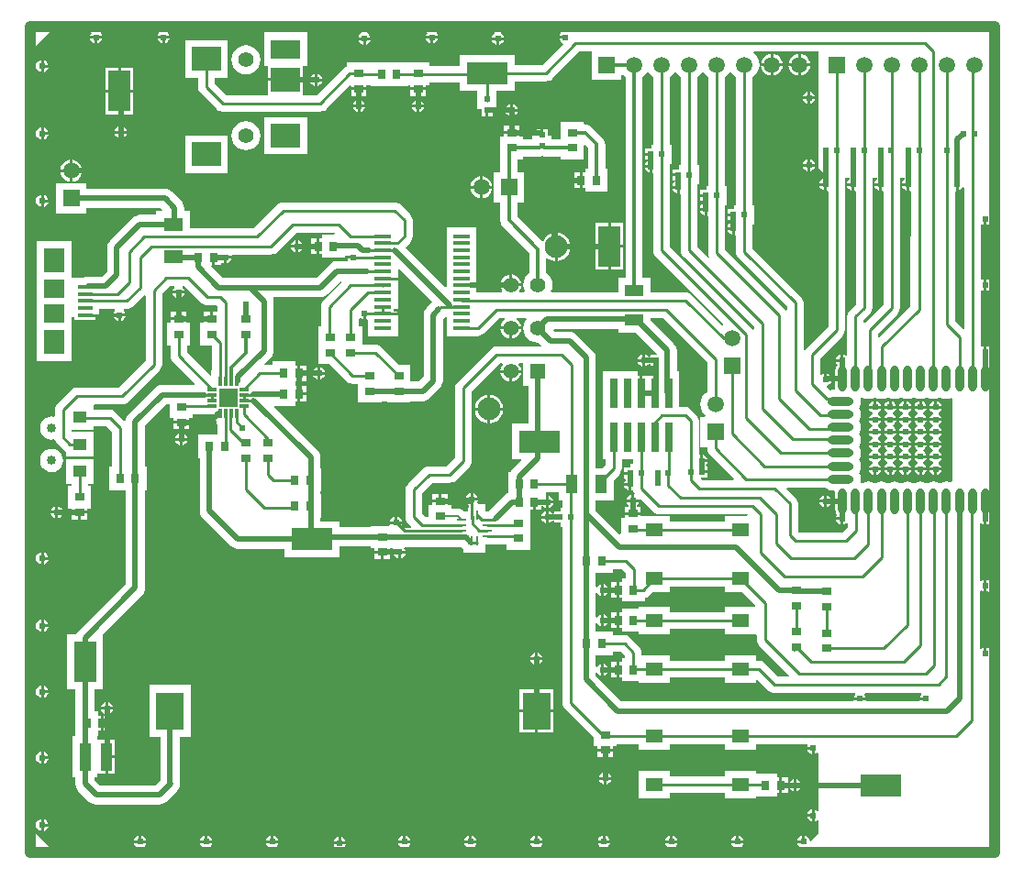
<source format=gtl>
G04 Layer_Physical_Order=1*
G04 Layer_Color=255*
%FSLAX25Y25*%
%MOIN*%
G70*
G01*
G75*
%ADD10R,0.03386X0.01063*%
%ADD11R,0.01063X0.03386*%
%ADD12R,0.05905X0.01575*%
%ADD13R,0.06700X0.06700*%
%ADD14R,0.01200X0.03200*%
%ADD15R,0.03200X0.01200*%
%ADD16R,0.03937X0.10236*%
%ADD17R,0.04724X0.03937*%
%ADD18R,0.14961X0.07992*%
%ADD19R,0.07992X0.14961*%
%ADD20R,0.07165X0.04724*%
%ADD21R,0.10236X0.13780*%
%ADD22R,0.03150X0.03543*%
%ADD23R,0.06693X0.04331*%
%ADD24R,0.04331X0.06693*%
%ADD25R,0.03543X0.03150*%
%ADD26R,0.02362X0.01968*%
%ADD27R,0.06102X0.05118*%
%ADD28R,0.02913X0.10984*%
%ADD29R,0.01968X0.02362*%
%ADD30O,0.03150X0.09449*%
%ADD31O,0.09449X0.03150*%
%ADD32R,0.07480X0.09055*%
%ADD33R,0.07480X0.07087*%
%ADD34R,0.05512X0.01575*%
%ADD35R,0.10630X0.07087*%
%ADD36R,0.10630X0.08661*%
%ADD37C,0.01000*%
%ADD38C,0.02000*%
%ADD39C,0.01200*%
%ADD40C,0.00800*%
%ADD41C,0.04000*%
%ADD42C,0.03347*%
%ADD43R,0.05905X0.05905*%
%ADD44C,0.05905*%
%ADD45R,0.05905X0.05905*%
%ADD46C,0.08268*%
%ADD47R,0.05543X0.05543*%
%ADD48C,0.05543*%
%ADD49C,0.05512*%
%ADD50C,0.02400*%
%ADD51C,0.02000*%
G36*
X216474Y101747D02*
Y99772D01*
X215181D01*
Y98272D01*
X214244D01*
Y95500D01*
Y92728D01*
X215181D01*
Y91228D01*
X223331D01*
Y92556D01*
X223492Y92577D01*
X224222Y92879D01*
X224848Y93360D01*
X226071Y94583D01*
X232402D01*
Y96616D01*
X252598D01*
Y94583D01*
X258929D01*
X263595Y89917D01*
X263388Y89417D01*
X252598D01*
Y87384D01*
X232402D01*
Y89417D01*
X221299D01*
Y88772D01*
X215181D01*
Y87272D01*
X214244D01*
Y84500D01*
Y81728D01*
X215181D01*
Y80228D01*
X221299D01*
Y79299D01*
X232402D01*
Y81332D01*
X252598D01*
Y79299D01*
X263474D01*
X263701Y79299D01*
X263974Y78912D01*
Y77500D01*
X264077Y76717D01*
X264380Y75987D01*
X264860Y75360D01*
X275733Y64488D01*
X275542Y64026D01*
X271753D01*
X266998Y68781D01*
X266371Y69262D01*
X265641Y69564D01*
X264858Y69668D01*
X263701D01*
Y71701D01*
X252598D01*
Y69668D01*
X232402D01*
Y71701D01*
X222282D01*
Y72744D01*
X222282Y72744D01*
X222179Y73527D01*
X221876Y74257D01*
X221395Y74884D01*
X218140Y78140D01*
X217513Y78620D01*
X216783Y78923D01*
X216000Y79026D01*
X211831D01*
Y80272D01*
X205530D01*
Y83336D01*
X206030Y83488D01*
X206414Y82914D01*
X207142Y82428D01*
X207500Y82356D01*
Y84500D01*
Y86644D01*
X207142Y86572D01*
X206414Y86086D01*
X206030Y85512D01*
X205530Y85664D01*
Y94336D01*
X206030Y94488D01*
X206414Y93914D01*
X207142Y93428D01*
X207500Y93356D01*
Y95500D01*
Y97644D01*
X207142Y97572D01*
X206414Y97086D01*
X206030Y96512D01*
X205530Y96664D01*
Y101728D01*
X211831D01*
Y102974D01*
X215247D01*
X216474Y101747D01*
D02*
G37*
G36*
X245974Y178247D02*
Y167551D01*
X245111Y166889D01*
X244237Y165750D01*
X243688Y164424D01*
X243500Y163000D01*
X243688Y161576D01*
X244237Y160250D01*
X245111Y159111D01*
X245352Y158926D01*
X245191Y158453D01*
X243547D01*
Y147547D01*
X245974D01*
Y147000D01*
X246077Y146217D01*
X246379Y145487D01*
X246860Y144860D01*
X255733Y135988D01*
X255542Y135526D01*
X244253D01*
X243763Y136016D01*
X243836Y136516D01*
X246150D01*
Y138000D01*
X243969D01*
Y139000D01*
X246150D01*
Y140484D01*
X245775D01*
X245633Y140984D01*
X246072Y141642D01*
X246144Y142000D01*
X244000D01*
Y142500D01*
X243500D01*
Y144670D01*
X243026Y145051D01*
Y157000D01*
X243026Y157000D01*
X242923Y157783D01*
X242620Y158513D01*
X242140Y159140D01*
X240140Y161140D01*
X239513Y161620D01*
X238783Y161923D01*
X238000Y162026D01*
X235957D01*
Y174992D01*
X234999D01*
Y175516D01*
X235150D01*
Y182484D01*
X234999D01*
Y182717D01*
X234878Y183630D01*
X234526Y184482D01*
X233965Y185213D01*
X225346Y193831D01*
Y194474D01*
X229747D01*
X245974Y178247D01*
D02*
G37*
G36*
X244781Y283693D02*
X245611Y282611D01*
X246474Y281949D01*
Y242484D01*
X245787D01*
Y240984D01*
X243350D01*
Y239500D01*
X245532D01*
Y238500D01*
X243350D01*
Y237016D01*
X245787D01*
Y236479D01*
X245500Y236243D01*
X244642Y236072D01*
X243914Y235586D01*
X243428Y234858D01*
X243356Y234500D01*
X245500D01*
Y234000D01*
X246000D01*
Y231830D01*
X246474Y231449D01*
Y218000D01*
X246577Y217217D01*
X246795Y216692D01*
X246371Y216408D01*
X242526Y220253D01*
Y243016D01*
X243150D01*
Y249984D01*
X242526D01*
Y281949D01*
X243389Y282611D01*
X244219Y283693D01*
X244500Y283724D01*
X244781Y283693D01*
D02*
G37*
G36*
X286500Y249000D02*
X289651Y245848D01*
X289622Y245643D01*
X289531Y245580D01*
Y243032D01*
Y240829D01*
X289974Y240466D01*
Y191253D01*
X281860Y183140D01*
X281526Y182704D01*
X281026Y182873D01*
Y200000D01*
X280923Y200783D01*
X280621Y201513D01*
X280140Y202140D01*
X262526Y219753D01*
Y228516D01*
X263150D01*
Y235484D01*
X262526D01*
Y281949D01*
X263389Y282611D01*
X264263Y283750D01*
X264812Y285076D01*
X265000Y286500D01*
X264812Y287924D01*
X264263Y289250D01*
X263389Y290389D01*
X262918Y290751D01*
X263078Y291224D01*
X286500D01*
Y249000D01*
D02*
G37*
G36*
X298033Y245000D02*
X297414Y244586D01*
X296928Y243858D01*
X296856Y243500D01*
X299000D01*
Y243000D01*
X299500D01*
Y240830D01*
X299974Y240449D01*
Y199253D01*
X297758Y197037D01*
X297277Y196411D01*
X296975Y195681D01*
X296872Y194898D01*
Y180990D01*
X296372Y180729D01*
X295858Y181072D01*
X295500Y181144D01*
Y179000D01*
X295000D01*
Y178500D01*
X292856D01*
X292928Y178142D01*
X293414Y177414D01*
X293151Y176988D01*
X292924Y176692D01*
X292665Y176066D01*
X292576Y175394D01*
Y172744D01*
X295173D01*
Y171744D01*
X292576D01*
Y169095D01*
X292617Y168783D01*
X292212Y168283D01*
X291472D01*
X290610Y168170D01*
X289394Y169386D01*
X289539Y169864D01*
X289858Y169928D01*
X290586Y170414D01*
X291072Y171142D01*
X291144Y171500D01*
X289000D01*
Y172000D01*
X288500D01*
Y174144D01*
X288142Y174072D01*
X287526Y173661D01*
X287026Y173837D01*
Y179747D01*
X295140Y187860D01*
X295620Y188487D01*
X295923Y189217D01*
X296026Y190000D01*
Y245500D01*
X297924D01*
X298033Y245000D01*
D02*
G37*
G36*
X213653Y189020D02*
X220173D01*
X227708Y181484D01*
X227596Y180984D01*
X225350D01*
Y180342D01*
X224850Y180191D01*
X224586Y180586D01*
X223858Y181072D01*
X223500Y181144D01*
Y179000D01*
Y176856D01*
X223858Y176928D01*
X224586Y177414D01*
X224850Y177809D01*
X225350Y177658D01*
Y177016D01*
X227787D01*
Y175516D01*
X227938D01*
Y173492D01*
X227500D01*
Y167000D01*
X226500D01*
Y173492D01*
X224957D01*
X224543Y173492D01*
X224043Y173492D01*
X222500D01*
Y167000D01*
X221500D01*
Y173492D01*
X220957D01*
Y174992D01*
X208043D01*
Y159492D01*
X208043Y159008D01*
X208043Y158508D01*
Y143008D01*
X208974D01*
Y140938D01*
X207882Y139847D01*
X205530D01*
Y180000D01*
X205410Y180914D01*
X205057Y181765D01*
X204496Y182496D01*
X198496Y188496D01*
X197765Y189057D01*
X196914Y189410D01*
X196000Y189530D01*
X190714D01*
X190275Y189970D01*
X190482Y190470D01*
X213653D01*
Y189020D01*
D02*
G37*
G36*
X216230Y71491D02*
Y70772D01*
X215181D01*
Y69272D01*
X214244D01*
Y66500D01*
Y63728D01*
X215181D01*
Y62228D01*
X221299D01*
Y61583D01*
X232402D01*
Y63616D01*
X252598D01*
Y61583D01*
X263701D01*
Y62867D01*
X264163Y63058D01*
X268360Y58860D01*
X268987Y58380D01*
X269717Y58077D01*
X270500Y57974D01*
X299663D01*
X299839Y57474D01*
X299428Y56858D01*
X299356Y56500D01*
X303644D01*
X303572Y56858D01*
X303161Y57474D01*
X303337Y57974D01*
X323663D01*
X323839Y57474D01*
X323428Y56858D01*
X323356Y56500D01*
X325500D01*
Y55500D01*
X323326D01*
X322947Y55030D01*
X304053D01*
X303674Y55500D01*
X299326D01*
X298946Y55030D01*
X214962D01*
X205530Y64462D01*
Y65336D01*
X206030Y65488D01*
X206414Y64914D01*
X207142Y64428D01*
X207500Y64356D01*
Y66500D01*
Y68644D01*
X207142Y68572D01*
X206414Y68086D01*
X206030Y67512D01*
X205530Y67664D01*
Y71728D01*
X211831D01*
Y72974D01*
X214747D01*
X216230Y71491D01*
D02*
G37*
G36*
X254781Y283693D02*
X255611Y282611D01*
X256474Y281949D01*
Y235484D01*
X255787D01*
Y233984D01*
X253350D01*
Y232500D01*
X255532D01*
Y231500D01*
X253350D01*
Y230016D01*
X255787D01*
Y229479D01*
X255500Y229243D01*
X254642Y229072D01*
X253914Y228586D01*
X253428Y227858D01*
X253356Y227500D01*
X255500D01*
Y227000D01*
X256000D01*
Y224830D01*
X256474Y224449D01*
Y218500D01*
X256577Y217717D01*
X256879Y216987D01*
X257360Y216360D01*
X274974Y198747D01*
Y197373D01*
X274474Y197204D01*
X274140Y197640D01*
X274140Y197640D01*
X252526Y219253D01*
Y235516D01*
X253150D01*
Y242484D01*
X252526D01*
Y281949D01*
X253389Y282611D01*
X254219Y283693D01*
X254500Y283724D01*
X254781Y283693D01*
D02*
G37*
G36*
X62360Y199860D02*
X62360Y199860D01*
X62987Y199380D01*
X63717Y199077D01*
X64500Y198974D01*
X67747D01*
X67974Y198747D01*
Y196631D01*
X66500D01*
Y194056D01*
X66000D01*
Y193556D01*
X63228D01*
Y192619D01*
X61728D01*
Y184469D01*
X65796D01*
X65974Y184291D01*
Y175400D01*
X65900D01*
Y173732D01*
X65438Y173541D01*
X57026Y181953D01*
Y184469D01*
X58272D01*
Y192619D01*
X56772D01*
Y193556D01*
X51228D01*
Y192619D01*
X49728D01*
Y184469D01*
X50974D01*
Y180700D01*
X51077Y179917D01*
X51380Y179187D01*
X51860Y178560D01*
X59929Y170492D01*
X59737Y170030D01*
X48000D01*
X47086Y169910D01*
X46235Y169557D01*
X45504Y168996D01*
X35760Y159252D01*
X35199Y158521D01*
X34846Y157670D01*
X34784Y157202D01*
X34257Y157023D01*
X31140Y160140D01*
X30513Y160620D01*
X29783Y160923D01*
X29000Y161026D01*
X22980D01*
Y162811D01*
X23413Y162974D01*
X33500D01*
X34283Y163077D01*
X35013Y163380D01*
X35640Y163860D01*
X47140Y175360D01*
X47140Y175360D01*
X47620Y175987D01*
X47923Y176717D01*
X48026Y177500D01*
X48026Y177500D01*
Y203247D01*
X50753Y205974D01*
X52394D01*
X52546Y205474D01*
X52414Y205386D01*
X51928Y204658D01*
X51856Y204300D01*
X56144D01*
X56072Y204658D01*
X55586Y205386D01*
X55454Y205474D01*
X55606Y205974D01*
X56247D01*
X62360Y199860D01*
D02*
G37*
G36*
X110730Y225272D02*
X110483Y224772D01*
X106181D01*
Y223272D01*
X105244D01*
Y220500D01*
Y217728D01*
X106181D01*
Y216228D01*
X114331D01*
Y217170D01*
X114996D01*
X115135Y217000D01*
X117500D01*
Y216000D01*
X115356D01*
X115428Y215642D01*
X115542Y215471D01*
X115306Y215030D01*
X111500D01*
X110586Y214910D01*
X109735Y214557D01*
X109004Y213996D01*
X104038Y209030D01*
X69962D01*
X65764Y213228D01*
X65971Y213728D01*
X66256D01*
Y216500D01*
X67256D01*
Y213728D01*
X69331D01*
Y214368D01*
X69831Y214635D01*
X70142Y214428D01*
X70500Y214356D01*
Y216500D01*
X71000D01*
Y217000D01*
X73170D01*
X73551Y217474D01*
X87500D01*
X88283Y217577D01*
X89013Y217880D01*
X89640Y218360D01*
X96753Y225474D01*
X110574D01*
X110730Y225272D01*
D02*
G37*
G36*
X330913Y165535D02*
X331905Y165125D01*
X332968Y164985D01*
X334032Y165125D01*
X334584Y165353D01*
X335000Y165075D01*
Y134925D01*
X334584Y134647D01*
X334032Y134875D01*
X332968Y135015D01*
X331905Y134875D01*
X330913Y134465D01*
X330606Y134229D01*
X330299Y134465D01*
X329308Y134875D01*
X328244Y135015D01*
X327180Y134875D01*
X326189Y134465D01*
X325882Y134229D01*
X325575Y134465D01*
X324583Y134875D01*
X323520Y135015D01*
X322456Y134875D01*
X321465Y134465D01*
X321158Y134229D01*
X320850Y134465D01*
X319859Y134875D01*
X318795Y135015D01*
X317731Y134875D01*
X316740Y134465D01*
X316433Y134229D01*
X316126Y134465D01*
X315135Y134875D01*
X314071Y135015D01*
X313007Y134875D01*
X312016Y134465D01*
X311709Y134229D01*
X311401Y134465D01*
X310410Y134875D01*
X309347Y135015D01*
X308283Y134875D01*
X307292Y134465D01*
X306984Y134229D01*
X306677Y134465D01*
X305686Y134875D01*
X304622Y135015D01*
X303558Y134875D01*
X302567Y134465D01*
X302260Y134229D01*
X301953Y134465D01*
X301667Y134583D01*
X301742Y134763D01*
X301882Y135827D01*
X301742Y136890D01*
X301331Y137882D01*
X301095Y138189D01*
X301331Y138496D01*
X301742Y139487D01*
X301882Y140551D01*
X301742Y141615D01*
X301331Y142606D01*
X301095Y142913D01*
X301331Y143221D01*
X301742Y144212D01*
X301882Y145276D01*
X301742Y146339D01*
X301331Y147331D01*
X301095Y147638D01*
X301331Y147945D01*
X301742Y148936D01*
X301882Y150000D01*
X301742Y151064D01*
X301331Y152055D01*
X301095Y152362D01*
X301331Y152669D01*
X301742Y153661D01*
X301882Y154724D01*
X301742Y155788D01*
X301331Y156779D01*
X301095Y157087D01*
X301331Y157394D01*
X301742Y158385D01*
X301882Y159449D01*
X301742Y160513D01*
X301331Y161504D01*
X301095Y161811D01*
X301331Y162118D01*
X301742Y163110D01*
X301882Y164173D01*
X301742Y165237D01*
X301667Y165417D01*
X301953Y165535D01*
X302260Y165771D01*
X302567Y165535D01*
X303558Y165125D01*
X304622Y164985D01*
X305686Y165125D01*
X306677Y165535D01*
X306984Y165771D01*
X307292Y165535D01*
X308283Y165125D01*
X309347Y164985D01*
X310410Y165125D01*
X311401Y165535D01*
X311709Y165771D01*
X312016Y165535D01*
X313007Y165125D01*
X314071Y164985D01*
X315135Y165125D01*
X316126Y165535D01*
X316433Y165771D01*
X316740Y165535D01*
X317731Y165125D01*
X318795Y164985D01*
X319859Y165125D01*
X320850Y165535D01*
X321158Y165771D01*
X321465Y165535D01*
X322456Y165125D01*
X323520Y164985D01*
X324583Y165125D01*
X325575Y165535D01*
X325882Y165771D01*
X326189Y165535D01*
X327180Y165125D01*
X328244Y164985D01*
X329308Y165125D01*
X330299Y165535D01*
X330606Y165771D01*
X330913Y165535D01*
D02*
G37*
G36*
X179228Y169732D02*
X180970D01*
Y155996D01*
X175020D01*
Y143004D01*
X178358D01*
X178550Y142542D01*
X175248Y139240D01*
X174687Y138509D01*
X174588Y138272D01*
X173669D01*
Y130737D01*
X173235Y130557D01*
X172504Y129996D01*
X166504Y123996D01*
X166495Y123984D01*
X165516D01*
Y126858D01*
X162677D01*
X162409Y127358D01*
X162588Y127626D01*
X162659Y127984D01*
X158372D01*
X158443Y127626D01*
X158930Y126898D01*
X159453Y126549D01*
Y125358D01*
X158984D01*
Y123984D01*
X157940D01*
X157612Y124312D01*
X157006Y124777D01*
X156300Y125069D01*
X155543Y125169D01*
X153272D01*
Y126319D01*
X151772D01*
Y127256D01*
X146228D01*
Y126319D01*
X144728D01*
Y122010D01*
X143769D01*
X142526Y123253D01*
Y130747D01*
X146253Y134474D01*
X152500D01*
X153283Y134577D01*
X154013Y134880D01*
X154640Y135360D01*
X159640Y140360D01*
X160120Y140987D01*
X160423Y141717D01*
X160526Y142500D01*
X160526Y142500D01*
Y167747D01*
X170753Y177974D01*
X171552D01*
X171799Y177474D01*
X171363Y176906D01*
X170983Y175988D01*
X170919Y175504D01*
X174657D01*
X178396D01*
X178332Y175988D01*
X177952Y176906D01*
X177516Y177474D01*
X177763Y177974D01*
X179228D01*
Y169732D01*
D02*
G37*
G36*
X113076Y207806D02*
X113254Y207278D01*
X106616Y200640D01*
X106135Y200013D01*
X105833Y199283D01*
X105730Y198500D01*
Y191331D01*
X104728D01*
Y183181D01*
Y177669D01*
X108795D01*
X115104Y171360D01*
X115731Y170879D01*
X116461Y170577D01*
X117244Y170474D01*
X117244Y170474D01*
X119228D01*
Y169181D01*
Y163669D01*
X127772D01*
Y164214D01*
X129728D01*
Y163669D01*
X138272D01*
Y164214D01*
X142744D01*
X143658Y164334D01*
X144509Y164687D01*
X145240Y165248D01*
X148996Y169004D01*
X149557Y169735D01*
X149910Y170586D01*
X150030Y171500D01*
Y194038D01*
X150819Y194826D01*
X151319Y194619D01*
Y190138D01*
Y187579D01*
X162224D01*
Y187840D01*
X162716D01*
X163499Y187943D01*
X164229Y188246D01*
X164855Y188726D01*
X170603Y194474D01*
X172530D01*
X172587Y194366D01*
X172661Y193974D01*
X171967Y193442D01*
X171363Y192654D01*
X170983Y191737D01*
X170919Y191252D01*
X174657D01*
X178396D01*
X178332Y191737D01*
X177952Y192654D01*
X177348Y193442D01*
X176654Y193974D01*
X176728Y194366D01*
X176785Y194474D01*
X180146D01*
X180367Y194026D01*
X179895Y193411D01*
X179364Y192128D01*
X179183Y190752D01*
X179364Y189376D01*
X179895Y188093D01*
X180740Y186992D01*
X181841Y186147D01*
X183124Y185616D01*
X184500Y185435D01*
X184787Y185473D01*
X185772Y184488D01*
X185580Y184026D01*
X169500D01*
X168717Y183923D01*
X167987Y183621D01*
X167360Y183140D01*
X155360Y171140D01*
X154879Y170513D01*
X154577Y169783D01*
X154474Y169000D01*
Y143753D01*
X151247Y140526D01*
X145000D01*
X144217Y140423D01*
X143487Y140120D01*
X142860Y139640D01*
X142860Y139640D01*
X137360Y134140D01*
X136880Y133513D01*
X136577Y132783D01*
X136474Y132000D01*
Y122000D01*
X136577Y121217D01*
X136880Y120487D01*
X137360Y119860D01*
X138544Y118676D01*
X138353Y118214D01*
X135054D01*
X134787Y118714D01*
X135072Y119142D01*
X135144Y119500D01*
X130856D01*
X130890Y119331D01*
X130580Y118831D01*
X123728D01*
Y118286D01*
X112480D01*
Y120496D01*
X105530D01*
Y121728D01*
X105831D01*
Y130272D01*
X105530D01*
Y131228D01*
X105831D01*
Y139772D01*
X105530D01*
Y143800D01*
X105410Y144714D01*
X105057Y145565D01*
X104496Y146296D01*
X88726Y162066D01*
X88917Y162528D01*
X96319D01*
Y164028D01*
X97256D01*
Y166800D01*
Y169572D01*
X96319D01*
Y171528D01*
X97256D01*
Y174300D01*
Y177072D01*
X96319D01*
Y178572D01*
X88169D01*
Y177326D01*
X85472D01*
X85280Y177788D01*
X87496Y180004D01*
X88057Y180735D01*
X88410Y181586D01*
X88530Y182500D01*
Y200500D01*
X88410Y201414D01*
X88352Y201554D01*
X88630Y201970D01*
X105500D01*
X106414Y202090D01*
X107265Y202443D01*
X107996Y203004D01*
X112831Y207839D01*
X113076Y207806D01*
D02*
G37*
G36*
X218974Y141484D02*
X218287D01*
Y139984D01*
X215850D01*
Y138500D01*
X218032D01*
Y137500D01*
X215850D01*
Y136016D01*
X216225D01*
X216367Y135516D01*
X215928Y134858D01*
X215856Y134500D01*
X218000D01*
Y134000D01*
X218500D01*
Y131856D01*
X218527Y131862D01*
X218971Y131765D01*
X219142Y131516D01*
X219348Y131018D01*
X219651Y130623D01*
X219500Y130380D01*
Y128500D01*
X221480D01*
X221637Y128584D01*
X226360Y123860D01*
X226987Y123380D01*
X227717Y123077D01*
X228500Y122974D01*
X260840D01*
X260877Y122917D01*
X260610Y122417D01*
X252598D01*
Y120384D01*
X232402D01*
Y122417D01*
X221772D01*
Y122756D01*
X216228D01*
Y121819D01*
X214728D01*
Y115917D01*
X214266Y115726D01*
X205530Y124462D01*
Y128154D01*
X211980D01*
Y135386D01*
X214140Y137545D01*
X214140Y137545D01*
X214620Y138172D01*
X214923Y138902D01*
X215026Y139685D01*
Y143008D01*
X218974D01*
Y141484D01*
D02*
G37*
G36*
X192856Y298000D02*
X192428Y297358D01*
X192356Y297000D01*
X194500D01*
Y296000D01*
X192356D01*
X192428Y295642D01*
X192914Y294914D01*
X193521Y294508D01*
X193672Y293951D01*
X186247Y286526D01*
X175980D01*
Y289996D01*
X156020D01*
Y286026D01*
X145272D01*
Y287331D01*
X136728D01*
Y287272D01*
X123772D01*
Y287331D01*
X115228D01*
Y286077D01*
X114743Y285876D01*
X114116Y285396D01*
X114116Y285396D01*
X104247Y275526D01*
X99546D01*
X99185Y275862D01*
X99185Y276026D01*
Y280693D01*
X92870D01*
X86555D01*
Y276026D01*
X86555Y275862D01*
X86194Y275526D01*
X71253D01*
X67156Y279624D01*
Y281842D01*
X71945D01*
Y295504D01*
X56315D01*
Y281842D01*
X61104D01*
Y278370D01*
X61207Y277587D01*
X61509Y276857D01*
X61990Y276231D01*
X67860Y270360D01*
X68487Y269880D01*
X69217Y269577D01*
X70000Y269474D01*
X70000Y269474D01*
X105500D01*
X106283Y269577D01*
X107013Y269880D01*
X107640Y270360D01*
X116228Y278949D01*
X116728Y278742D01*
Y278244D01*
X119500D01*
X122272D01*
Y279181D01*
X123669D01*
Y278728D01*
X137331D01*
Y279181D01*
X138228D01*
Y278244D01*
X141000D01*
X143772D01*
Y279181D01*
X145272D01*
Y279974D01*
X156020D01*
Y277004D01*
X162516D01*
Y270287D01*
X164016D01*
Y267850D01*
X165500D01*
Y270031D01*
X166500D01*
Y267850D01*
X167984D01*
Y270287D01*
X169484D01*
Y277004D01*
X175980D01*
Y280474D01*
X187500D01*
X188283Y280577D01*
X189013Y280879D01*
X189640Y281360D01*
X199503Y291224D01*
X204047D01*
Y281047D01*
X214953D01*
Y282648D01*
X215453Y282817D01*
X215611Y282611D01*
X216373Y282026D01*
Y208980D01*
X213653D01*
Y203875D01*
X189569D01*
X189291Y204291D01*
X189636Y205124D01*
X189817Y206500D01*
X189636Y207876D01*
X189105Y209159D01*
X188260Y210260D01*
X187627Y210746D01*
Y215980D01*
X188075Y216201D01*
X188604Y215795D01*
X189853Y215278D01*
X190693Y215167D01*
Y220280D01*
Y225392D01*
X189853Y225281D01*
X188604Y224764D01*
X187531Y223941D01*
X186708Y222869D01*
X186542Y222467D01*
X186052Y222370D01*
X177127Y231295D01*
Y236547D01*
X179453D01*
Y247453D01*
X177127D01*
Y252169D01*
X179272D01*
Y253117D01*
X185213D01*
X185213Y253117D01*
X186000Y253221D01*
X186787Y253117D01*
X192728D01*
Y252169D01*
X201272D01*
Y257099D01*
X201772Y257306D01*
X202763Y256315D01*
Y248772D01*
X201681D01*
Y247272D01*
X200744D01*
Y244500D01*
Y241728D01*
X201681D01*
Y240228D01*
X209831D01*
Y248772D01*
X209016D01*
Y257610D01*
X209016Y257610D01*
X208963Y258015D01*
X208910Y258419D01*
X208598Y259174D01*
X208101Y259821D01*
X203955Y263967D01*
X203308Y264464D01*
X202553Y264776D01*
X201744Y264883D01*
X201272Y264905D01*
Y265831D01*
X192728D01*
Y259371D01*
X189484D01*
Y260713D01*
X187984D01*
Y263150D01*
X186500D01*
Y260968D01*
X185500D01*
Y263150D01*
X184016D01*
Y260713D01*
X182516D01*
Y259371D01*
X179272D01*
Y260319D01*
X177772D01*
Y261256D01*
X172228D01*
Y260319D01*
X170728D01*
Y252169D01*
X170873D01*
Y247453D01*
X168547D01*
Y236547D01*
X170873D01*
Y230000D01*
X170873Y230000D01*
X170980Y229191D01*
X171292Y228437D01*
X171789Y227789D01*
X181373Y218205D01*
Y210746D01*
X180740Y210260D01*
X179895Y209159D01*
X179364Y207876D01*
X179183Y206500D01*
X179364Y205124D01*
X179709Y204291D01*
X179431Y203875D01*
X177963D01*
X177742Y204324D01*
X177952Y204598D01*
X178332Y205515D01*
X178396Y206000D01*
X174657D01*
X170919D01*
X170983Y205515D01*
X171363Y204598D01*
X171573Y204324D01*
X171352Y203875D01*
X162224D01*
Y208051D01*
Y210610D01*
Y217185D01*
Y220847D01*
Y227421D01*
X151319D01*
Y220847D01*
Y217185D01*
Y210610D01*
Y205881D01*
X150819Y205674D01*
X136386Y220107D01*
X138140Y221860D01*
X138620Y222487D01*
X138923Y223217D01*
X139026Y224000D01*
Y230000D01*
X139026Y230000D01*
X138923Y230783D01*
X138620Y231513D01*
X138140Y232140D01*
X134640Y235640D01*
X134013Y236121D01*
X133283Y236423D01*
X132500Y236526D01*
X92000D01*
X91217Y236423D01*
X90487Y236121D01*
X89860Y235640D01*
X81247Y227026D01*
X58083D01*
Y233287D01*
X56030D01*
Y234500D01*
X55910Y235414D01*
X55557Y236265D01*
X54996Y236996D01*
X51496Y240496D01*
X50765Y241057D01*
X49914Y241410D01*
X49000Y241530D01*
X20453D01*
Y243453D01*
X9547D01*
Y232547D01*
X20453D01*
Y234470D01*
X47538D01*
X48258Y233749D01*
X48067Y233287D01*
X45917D01*
Y231955D01*
X39925D01*
X39011Y231835D01*
X38160Y231482D01*
X37429Y230921D01*
X29004Y222496D01*
X28443Y221765D01*
X28090Y220914D01*
X27970Y220000D01*
Y211462D01*
X26038Y209530D01*
X21000D01*
X20086Y209410D01*
X19235Y209057D01*
X19191Y209024D01*
X15020D01*
Y211189D01*
Y222410D01*
X2539D01*
Y208354D01*
Y199102D01*
Y190047D01*
Y178827D01*
X15020D01*
Y190047D01*
Y194772D01*
X16244D01*
Y193713D01*
X23756D01*
Y194772D01*
X25256D01*
Y197592D01*
X30771D01*
X30923Y197092D01*
X30914Y197086D01*
X30428Y196358D01*
X30356Y196000D01*
X34644D01*
X34572Y196358D01*
X34086Y197086D01*
X34077Y197092D01*
X34229Y197592D01*
X35118D01*
X35901Y197695D01*
X36631Y197998D01*
X37258Y198478D01*
X41512Y202733D01*
X41974Y202542D01*
Y178753D01*
X32247Y169026D01*
X17000D01*
X17000Y169026D01*
X16217Y168923D01*
X15487Y168621D01*
X14860Y168140D01*
X9860Y163140D01*
X9380Y162513D01*
X9077Y161783D01*
X8974Y161000D01*
Y158975D01*
X8474Y158537D01*
X7882Y158615D01*
X6792Y158471D01*
X5777Y158051D01*
X4905Y157382D01*
X4237Y156510D01*
X3816Y155495D01*
X3673Y154405D01*
X3816Y153316D01*
X4237Y152301D01*
X4905Y151429D01*
X5777Y150760D01*
X6792Y150340D01*
X7882Y150196D01*
X8564Y150286D01*
X9077Y150217D01*
X9380Y149487D01*
X9860Y148860D01*
X12360Y146360D01*
X12360Y146360D01*
X12987Y145879D01*
X13256Y145768D01*
Y144032D01*
X22980D01*
Y152969D01*
X15026D01*
Y153874D01*
X22980D01*
Y154974D01*
X27747D01*
X29718Y153003D01*
Y140272D01*
X28669D01*
Y131728D01*
X34726D01*
Y97718D01*
X17504Y80496D01*
X16943Y79765D01*
X16825Y79480D01*
X13504D01*
Y59520D01*
X16533D01*
Y42492D01*
X15595D01*
Y27256D01*
X16533D01*
Y24937D01*
X16653Y24023D01*
X17006Y23172D01*
X17567Y22441D01*
X21504Y18504D01*
X22235Y17943D01*
X23086Y17590D01*
X24000Y17470D01*
X47000D01*
X47914Y17590D01*
X48765Y17943D01*
X49496Y18504D01*
X53496Y22504D01*
X54057Y23235D01*
X54410Y24086D01*
X54530Y25000D01*
X54495Y25269D01*
Y42110D01*
X58583D01*
Y60890D01*
X43347D01*
Y42110D01*
X47434D01*
Y26427D01*
X45538Y24530D01*
X25462D01*
X23593Y26399D01*
Y27256D01*
X24532D01*
Y28604D01*
X24969Y28756D01*
X25032Y28756D01*
X27437D01*
Y34874D01*
Y40992D01*
X25032D01*
X24969Y40992D01*
X24532Y41144D01*
Y42492D01*
X24819Y42728D01*
X24819D01*
Y44228D01*
X25756D01*
Y47000D01*
Y49772D01*
X24819D01*
Y51272D01*
X23593D01*
Y59520D01*
X26496D01*
Y79480D01*
X26496Y79480D01*
X26496D01*
X26818Y79825D01*
X40752Y93760D01*
X41313Y94491D01*
X41666Y95342D01*
X41786Y96256D01*
Y131728D01*
X42331D01*
Y140272D01*
X41786D01*
Y155294D01*
X49462Y162970D01*
X50728D01*
Y157981D01*
X52228D01*
Y157044D01*
X57772D01*
Y157981D01*
X59272D01*
Y159474D01*
X62100D01*
Y159400D01*
X67400D01*
Y157100D01*
X67900D01*
Y155600D01*
X67974D01*
Y152072D01*
X61169D01*
Y143528D01*
X61714D01*
Y124256D01*
X61834Y123342D01*
X62187Y122491D01*
X62748Y121760D01*
X73004Y111504D01*
X73735Y110943D01*
X74586Y110590D01*
X75500Y110470D01*
X92520D01*
Y107504D01*
X112480D01*
Y111226D01*
X123728D01*
Y110681D01*
X125228D01*
Y109744D01*
X128000D01*
Y109244D01*
D01*
Y109744D01*
X130772D01*
Y110681D01*
X131957D01*
X132224Y110181D01*
X132172Y110102D01*
X132100Y109744D01*
X136388D01*
X136317Y110102D01*
X135948Y110654D01*
X136177Y111154D01*
X156853D01*
X157484Y110523D01*
Y109142D01*
X165516D01*
Y112016D01*
X170358D01*
Y112021D01*
X173228D01*
Y110169D01*
X181772D01*
Y115681D01*
Y123228D01*
X181819D01*
Y124728D01*
X182756D01*
Y127500D01*
X183756D01*
Y124728D01*
X185831D01*
Y125887D01*
X186331Y126038D01*
X186414Y125914D01*
X187142Y125428D01*
X187500Y125356D01*
Y127500D01*
Y129978D01*
X187331Y130120D01*
Y130974D01*
X192020D01*
Y128154D01*
X193474D01*
Y125484D01*
X192787D01*
Y123984D01*
X190350D01*
Y123342D01*
X189850Y123191D01*
X189586Y123586D01*
X188858Y124072D01*
X188500Y124144D01*
Y122000D01*
Y119856D01*
X188858Y119928D01*
X189586Y120414D01*
X189850Y120809D01*
X190350Y120658D01*
Y120016D01*
X192787D01*
Y118516D01*
X193474D01*
Y54500D01*
X193577Y53717D01*
X193879Y52987D01*
X194360Y52360D01*
X204728Y41992D01*
Y38681D01*
X206228D01*
Y37744D01*
X211772D01*
Y38681D01*
X213272D01*
Y39474D01*
X221299D01*
Y37299D01*
X232402D01*
Y39332D01*
X252598D01*
Y37299D01*
X263701D01*
Y39474D01*
X282309D01*
X282544Y39033D01*
X282428Y38858D01*
X282356Y38500D01*
X284500D01*
Y38000D01*
X285000D01*
Y35856D01*
X285358Y35928D01*
X286000Y36356D01*
X286500Y36202D01*
Y15298D01*
X286000Y15144D01*
X285358Y15572D01*
X285000Y15644D01*
Y13500D01*
Y11356D01*
X285358Y11428D01*
X286000Y11856D01*
X286500Y11702D01*
Y7000D01*
X283711Y4211D01*
X283168Y4375D01*
X283072Y4858D01*
X282586Y5586D01*
X281858Y6072D01*
X281500Y6144D01*
Y4000D01*
X281000D01*
Y3500D01*
X278856D01*
X278928Y3142D01*
X279356Y2500D01*
X279202Y2000D01*
X258798D01*
X258644Y2500D01*
X259072Y3142D01*
X259144Y3500D01*
X254856D01*
X254928Y3142D01*
X255356Y2500D01*
X255202Y2000D01*
X234798D01*
X234644Y2500D01*
X235072Y3142D01*
X235144Y3500D01*
X230856D01*
X230928Y3142D01*
X231356Y2500D01*
X231202Y2000D01*
X210298D01*
X210144Y2500D01*
X210572Y3142D01*
X210644Y3500D01*
X206356D01*
X206428Y3142D01*
X206856Y2500D01*
X206702Y2000D01*
X185798D01*
X185644Y2500D01*
X186072Y3142D01*
X186144Y3500D01*
X181856D01*
X181928Y3142D01*
X182356Y2500D01*
X182202Y2000D01*
X161798D01*
X161644Y2500D01*
X162072Y3142D01*
X162144Y3500D01*
X157856D01*
X157928Y3142D01*
X158356Y2500D01*
X158202Y2000D01*
X137798D01*
X137644Y2500D01*
X138072Y3142D01*
X138144Y3500D01*
X133856D01*
X133928Y3142D01*
X134356Y2500D01*
X134202Y2000D01*
X114674D01*
X114438Y2441D01*
X114572Y2642D01*
X114644Y3000D01*
X110356D01*
X110428Y2642D01*
X110562Y2441D01*
X110326Y2000D01*
X89798D01*
X89644Y2500D01*
X90072Y3142D01*
X90144Y3500D01*
X85856D01*
X85928Y3142D01*
X86356Y2500D01*
X86202Y2000D01*
X65798D01*
X65644Y2500D01*
X66072Y3142D01*
X66144Y3500D01*
X61856D01*
X61928Y3142D01*
X62356Y2500D01*
X62202Y2000D01*
X41798D01*
X41644Y2500D01*
X42072Y3142D01*
X42144Y3500D01*
X37856D01*
X37928Y3142D01*
X38356Y2500D01*
X38202Y2000D01*
X7000D01*
X2000Y7000D01*
Y8924D01*
X2500Y9033D01*
X2914Y8414D01*
X3642Y7928D01*
X4000Y7856D01*
Y10000D01*
Y12144D01*
X3642Y12072D01*
X2914Y11586D01*
X2500Y10967D01*
X2000Y11076D01*
Y33424D01*
X2500Y33533D01*
X2914Y32914D01*
X3642Y32428D01*
X4000Y32356D01*
Y34500D01*
Y36644D01*
X3642Y36572D01*
X2914Y36086D01*
X2500Y35467D01*
X2000Y35576D01*
Y57424D01*
X2500Y57533D01*
X2914Y56914D01*
X3642Y56428D01*
X4000Y56356D01*
Y58500D01*
Y60644D01*
X3642Y60572D01*
X2914Y60086D01*
X2500Y59467D01*
X2000Y59576D01*
Y81424D01*
X2500Y81533D01*
X2914Y80914D01*
X3642Y80428D01*
X4000Y80356D01*
Y82500D01*
Y84644D01*
X3642Y84572D01*
X2914Y84086D01*
X2500Y83467D01*
X2000Y83576D01*
Y105924D01*
X2500Y106033D01*
X2914Y105414D01*
X3642Y104928D01*
X4000Y104856D01*
Y107000D01*
Y109144D01*
X3642Y109072D01*
X2914Y108586D01*
X2500Y107967D01*
X2000Y108076D01*
Y235924D01*
X2500Y236033D01*
X2914Y235414D01*
X3642Y234928D01*
X4000Y234856D01*
Y237000D01*
Y239144D01*
X3642Y239072D01*
X2914Y238586D01*
X2500Y237967D01*
X2000Y238076D01*
Y260424D01*
X2500Y260533D01*
X2914Y259914D01*
X3642Y259428D01*
X4000Y259356D01*
Y261500D01*
Y263644D01*
X3642Y263572D01*
X2914Y263086D01*
X2500Y262467D01*
X2000Y262576D01*
Y284924D01*
X2500Y285033D01*
X2914Y284414D01*
X3642Y283928D01*
X4000Y283856D01*
Y286000D01*
Y288144D01*
X3642Y288072D01*
X2914Y287586D01*
X2500Y286967D01*
X2000Y287076D01*
Y293500D01*
X7000Y298500D01*
X22202D01*
X22356Y298000D01*
X21928Y297358D01*
X21856Y297000D01*
X26144D01*
X26072Y297358D01*
X25644Y298000D01*
X25798Y298500D01*
X46702D01*
X46856Y298000D01*
X46428Y297358D01*
X46356Y297000D01*
X50644D01*
X50572Y297358D01*
X50144Y298000D01*
X50298Y298500D01*
X84655D01*
X85055Y298260D01*
X85055Y298000D01*
Y286173D01*
X86555D01*
Y281693D01*
X92870D01*
X99185D01*
Y286173D01*
X100685D01*
Y298000D01*
X100685Y298260D01*
X101086Y298500D01*
X120424D01*
X120533Y298000D01*
X119914Y297586D01*
X119428Y296858D01*
X119356Y296500D01*
X123644D01*
X123572Y296858D01*
X123086Y297586D01*
X122467Y298000D01*
X122576Y298500D01*
X144202D01*
X144356Y298000D01*
X143928Y297358D01*
X143856Y297000D01*
X148144D01*
X148072Y297358D01*
X147644Y298000D01*
X147798Y298500D01*
X168924D01*
X169033Y298000D01*
X168414Y297586D01*
X167928Y296858D01*
X167856Y296500D01*
X172144D01*
X172072Y296858D01*
X171586Y297586D01*
X170967Y298000D01*
X171076Y298500D01*
X192702D01*
X192856Y298000D01*
D02*
G37*
G36*
X224781Y283693D02*
X225611Y282611D01*
X226474Y281949D01*
Y257484D01*
X225787D01*
Y255984D01*
X223350D01*
Y254500D01*
X225532D01*
Y253500D01*
X223350D01*
Y252016D01*
X224474D01*
X224515Y251908D01*
X224557Y251516D01*
X223914Y251086D01*
X223428Y250358D01*
X223356Y250000D01*
X225500D01*
Y249500D01*
X226000D01*
Y247330D01*
X226474Y246949D01*
Y219000D01*
X226577Y218217D01*
X226880Y217487D01*
X227360Y216860D01*
X251795Y192426D01*
X251664Y191850D01*
X251491Y191788D01*
X240290Y202989D01*
X239663Y203470D01*
X238934Y203772D01*
X238150Y203875D01*
X225346D01*
Y208980D01*
X222627D01*
Y282026D01*
X223389Y282611D01*
X224219Y283693D01*
X224500Y283724D01*
X224781Y283693D01*
D02*
G37*
G36*
X347500Y119356D02*
X347858Y119428D01*
X348059Y119562D01*
X348500Y119326D01*
Y99174D01*
X348059Y98938D01*
X347858Y99072D01*
X347500Y99144D01*
Y97000D01*
Y94856D01*
X347858Y94928D01*
X348059Y95062D01*
X348500Y94826D01*
Y74674D01*
X348059Y74438D01*
X347858Y74572D01*
X347500Y74644D01*
Y72500D01*
X346500D01*
Y74644D01*
X346142Y74572D01*
X345526Y74161D01*
X345026Y74337D01*
Y95163D01*
X345526Y95339D01*
X346142Y94928D01*
X346500Y94856D01*
Y97000D01*
Y99144D01*
X346142Y99072D01*
X345526Y98661D01*
X345026Y98837D01*
Y119663D01*
X345526Y119839D01*
X346142Y119428D01*
X346500Y119356D01*
Y121500D01*
X347500D01*
Y119356D01*
D02*
G37*
G36*
Y228356D02*
X347858Y228428D01*
X348059Y228562D01*
X348500Y228326D01*
Y208674D01*
X348059Y208438D01*
X347858Y208572D01*
X347500Y208644D01*
Y206500D01*
Y204356D01*
X347858Y204428D01*
X348059Y204562D01*
X348500Y204326D01*
Y184174D01*
X348059Y183938D01*
X347858Y184072D01*
X347500Y184144D01*
Y182000D01*
X346500D01*
Y184144D01*
X346142Y184072D01*
X345884Y183900D01*
X345443Y184136D01*
Y204364D01*
X345884Y204600D01*
X346142Y204428D01*
X346500Y204356D01*
Y206500D01*
Y208644D01*
X346142Y208572D01*
X345884Y208400D01*
X345443Y208636D01*
Y228364D01*
X345884Y228600D01*
X346142Y228428D01*
X346500Y228356D01*
Y230500D01*
X347500D01*
Y228356D01*
D02*
G37*
G36*
X289418Y132267D02*
X290409Y131857D01*
X291472Y131717D01*
X292212D01*
X292617Y131217D01*
X292576Y130905D01*
Y128256D01*
X295173D01*
Y127256D01*
X292576D01*
Y124606D01*
X292665Y123934D01*
X292924Y123308D01*
X293265Y122863D01*
X292928Y122358D01*
X292856Y122000D01*
X295000D01*
Y121500D01*
X295500D01*
Y119356D01*
X295858Y119428D01*
X296474Y119839D01*
X296974Y119663D01*
Y118253D01*
X295247Y116526D01*
X279253D01*
X279026Y116753D01*
Y127000D01*
X278923Y127783D01*
X278621Y128513D01*
X278140Y129140D01*
X278140Y129140D01*
X274940Y132339D01*
X275132Y132801D01*
X288722D01*
X289418Y132267D01*
D02*
G37*
G36*
X317808Y245398D02*
X317712Y244733D01*
X317445Y244555D01*
X316959Y243827D01*
X316888Y243468D01*
X319032D01*
Y242969D01*
X319531D01*
Y240766D01*
X319974Y240403D01*
Y224239D01*
X319943Y224000D01*
Y198722D01*
X308488Y187267D01*
X308026Y187458D01*
Y188747D01*
X315140Y195860D01*
X315620Y196487D01*
X315923Y197217D01*
X316026Y198000D01*
Y245500D01*
X317724D01*
X317808Y245398D01*
D02*
G37*
G36*
X308033Y245000D02*
X307414Y244586D01*
X306928Y243858D01*
X306856Y243500D01*
X309000D01*
Y243000D01*
X309500D01*
Y240830D01*
X309974Y240449D01*
Y199253D01*
X303385Y192665D01*
X302923Y192856D01*
Y193644D01*
X305140Y195860D01*
X305621Y196487D01*
X305923Y197217D01*
X306026Y198000D01*
Y245500D01*
X307924D01*
X308033Y245000D01*
D02*
G37*
G36*
X145987Y200520D02*
X145904Y199897D01*
X144004Y197996D01*
X143443Y197265D01*
X143090Y196414D01*
X142970Y195500D01*
Y172962D01*
X141282Y171274D01*
X138272D01*
Y177331D01*
X134204D01*
X127651Y183884D01*
X127025Y184365D01*
X126295Y184667D01*
X125512Y184770D01*
X120772D01*
Y191331D01*
X119526D01*
Y194163D01*
X120026Y194339D01*
X120642Y193928D01*
X121000Y193856D01*
Y196000D01*
X122000D01*
Y193856D01*
X122276Y193911D01*
X122776Y193657D01*
Y190138D01*
Y187579D01*
X133681D01*
Y190138D01*
Y196713D01*
X132181D01*
Y197815D01*
X133681D01*
Y200374D01*
Y202933D01*
Y208051D01*
Y212173D01*
X134143Y212365D01*
X145987Y200520D01*
D02*
G37*
G36*
X337469Y240888D02*
X337827Y240959D01*
X338555Y241445D01*
X338891Y241950D01*
X339391Y241798D01*
Y190541D01*
X338930Y190350D01*
X336026Y193253D01*
Y240466D01*
X336469Y240829D01*
Y243032D01*
X337469D01*
Y240888D01*
D02*
G37*
G36*
X234781Y283693D02*
X235611Y282611D01*
X236474Y281949D01*
Y249984D01*
X235787D01*
Y248484D01*
X233350D01*
Y247000D01*
X235531D01*
Y246000D01*
X233350D01*
Y244516D01*
X234474D01*
X234515Y244408D01*
X234557Y244016D01*
X233914Y243586D01*
X233428Y242858D01*
X233356Y242500D01*
X235500D01*
Y242000D01*
X236000D01*
Y239830D01*
X236474Y239449D01*
Y219000D01*
X236577Y218217D01*
X236879Y217487D01*
X237360Y216860D01*
X262974Y191247D01*
Y190374D01*
X262474Y190204D01*
X262140Y190640D01*
X262140Y190640D01*
X232526Y220253D01*
Y250516D01*
X233150D01*
Y257484D01*
X232526D01*
Y281949D01*
X233389Y282611D01*
X234219Y283693D01*
X234500Y283724D01*
X234781Y283693D01*
D02*
G37*
%LPC*%
G36*
X213244Y87272D02*
X211169D01*
Y85000D01*
X213244D01*
Y87272D01*
D02*
G37*
G36*
X208500Y86644D02*
Y85000D01*
X210144D01*
X210072Y85358D01*
X209586Y86086D01*
X208858Y86572D01*
X208500Y86644D01*
D02*
G37*
G36*
X210144Y95000D02*
X208500D01*
Y93356D01*
X208858Y93428D01*
X209586Y93914D01*
X210072Y94642D01*
X210144Y95000D01*
D02*
G37*
G36*
X213244Y95000D02*
X211169D01*
Y92728D01*
X213244D01*
Y95000D01*
D02*
G37*
G36*
X210144Y84000D02*
X208500D01*
Y82356D01*
X208858Y82428D01*
X209586Y82914D01*
X210072Y83642D01*
X210144Y84000D01*
D02*
G37*
G36*
X213244Y84000D02*
X211169D01*
Y81728D01*
X213244D01*
Y84000D01*
D02*
G37*
G36*
X208500Y97644D02*
Y96000D01*
X210144D01*
X210072Y96358D01*
X209586Y97086D01*
X208858Y97572D01*
X208500Y97644D01*
D02*
G37*
G36*
X213244Y98272D02*
X211169D01*
Y96000D01*
X213244D01*
Y98272D01*
D02*
G37*
G36*
X244500Y144644D02*
Y143000D01*
X246144D01*
X246072Y143358D01*
X245586Y144086D01*
X244858Y144572D01*
X244500Y144644D01*
D02*
G37*
G36*
X245000Y233500D02*
X243356D01*
X243428Y233142D01*
X243914Y232414D01*
X244642Y231928D01*
X245000Y231856D01*
Y233500D01*
D02*
G37*
G36*
X285144Y249500D02*
X283500D01*
Y247856D01*
X283858Y247928D01*
X284586Y248414D01*
X285072Y249142D01*
X285144Y249500D01*
D02*
G37*
G36*
X282500D02*
X280856D01*
X280928Y249142D01*
X281414Y248414D01*
X282142Y247928D01*
X282500Y247856D01*
Y249500D01*
D02*
G37*
G36*
X288531Y245175D02*
X288173Y245104D01*
X287445Y244618D01*
X286959Y243890D01*
X286888Y243531D01*
X288531D01*
Y245175D01*
D02*
G37*
G36*
X282500Y252144D02*
X282142Y252072D01*
X281414Y251586D01*
X280928Y250858D01*
X280856Y250500D01*
X282500D01*
Y252144D01*
D02*
G37*
G36*
X283500D02*
Y250500D01*
X285144D01*
X285072Y250858D01*
X284586Y251586D01*
X283858Y252072D01*
X283500Y252144D01*
D02*
G37*
G36*
X279000Y290421D02*
X278468Y290351D01*
X277507Y289953D01*
X276681Y289319D01*
X276047Y288493D01*
X275649Y287532D01*
X275579Y287000D01*
X279000D01*
Y290421D01*
D02*
G37*
G36*
X270000D02*
Y287000D01*
X273421D01*
X273351Y287532D01*
X272953Y288493D01*
X272319Y289319D01*
X271493Y289953D01*
X270532Y290351D01*
X270000Y290421D01*
D02*
G37*
G36*
X280000D02*
Y287000D01*
X283421D01*
X283351Y287532D01*
X282953Y288493D01*
X282319Y289319D01*
X281493Y289953D01*
X280532Y290351D01*
X280000Y290421D01*
D02*
G37*
G36*
X269000D02*
X268468Y290351D01*
X267507Y289953D01*
X266681Y289319D01*
X266047Y288493D01*
X265649Y287532D01*
X265579Y287000D01*
X269000D01*
Y290421D01*
D02*
G37*
G36*
X283421Y286000D02*
X280000D01*
Y282579D01*
X280532Y282649D01*
X281493Y283047D01*
X282319Y283681D01*
X282953Y284507D01*
X283351Y285468D01*
X283421Y286000D01*
D02*
G37*
G36*
X285144Y274000D02*
X283500D01*
Y272356D01*
X283858Y272428D01*
X284586Y272914D01*
X285072Y273642D01*
X285144Y274000D01*
D02*
G37*
G36*
X282500D02*
X280856D01*
X280928Y273642D01*
X281414Y272914D01*
X282142Y272428D01*
X282500Y272356D01*
Y274000D01*
D02*
G37*
G36*
X283500Y276644D02*
Y275000D01*
X285144D01*
X285072Y275358D01*
X284586Y276086D01*
X283858Y276572D01*
X283500Y276644D01*
D02*
G37*
G36*
X282500D02*
X282142Y276572D01*
X281414Y276086D01*
X280928Y275358D01*
X280856Y275000D01*
X282500D01*
Y276644D01*
D02*
G37*
G36*
X269000Y286000D02*
X265579D01*
X265649Y285468D01*
X266047Y284507D01*
X266681Y283681D01*
X267507Y283047D01*
X268468Y282649D01*
X269000Y282579D01*
Y286000D01*
D02*
G37*
G36*
X279000D02*
X275579D01*
X275649Y285468D01*
X276047Y284507D01*
X276681Y283681D01*
X277507Y283047D01*
X278468Y282649D01*
X279000Y282579D01*
Y286000D01*
D02*
G37*
G36*
X273421D02*
X270000D01*
Y282579D01*
X270532Y282649D01*
X271493Y283047D01*
X272319Y283681D01*
X272953Y284507D01*
X273351Y285468D01*
X273421Y286000D01*
D02*
G37*
G36*
X288531Y242531D02*
X286888D01*
X286959Y242173D01*
X287445Y241445D01*
X288173Y240959D01*
X288531Y240888D01*
Y242531D01*
D02*
G37*
G36*
X294500Y181144D02*
X294142Y181072D01*
X293414Y180586D01*
X292928Y179858D01*
X292856Y179500D01*
X294500D01*
Y181144D01*
D02*
G37*
G36*
X289500Y174144D02*
Y172500D01*
X291144D01*
X291072Y172858D01*
X290586Y173586D01*
X289858Y174072D01*
X289500Y174144D01*
D02*
G37*
G36*
X298500Y242500D02*
X296856D01*
X296928Y242142D01*
X297414Y241414D01*
X298142Y240928D01*
X298500Y240856D01*
Y242500D01*
D02*
G37*
G36*
X222500Y181144D02*
X222142Y181072D01*
X221414Y180586D01*
X220928Y179858D01*
X220856Y179500D01*
X222500D01*
Y181144D01*
D02*
G37*
G36*
Y178500D02*
X220856D01*
X220928Y178142D01*
X221414Y177414D01*
X222142Y176928D01*
X222500Y176856D01*
Y178500D01*
D02*
G37*
G36*
X213244Y69272D02*
X211169D01*
Y67000D01*
X213244D01*
Y69272D01*
D02*
G37*
G36*
X208500Y68644D02*
Y67000D01*
X210144D01*
X210072Y67358D01*
X209586Y68086D01*
X208858Y68572D01*
X208500Y68644D01*
D02*
G37*
G36*
X210144Y66000D02*
X208500D01*
Y64356D01*
X208858Y64428D01*
X209586Y64914D01*
X210072Y65642D01*
X210144Y66000D01*
D02*
G37*
G36*
X213244Y66000D02*
X211169D01*
Y63728D01*
X213244D01*
Y66000D01*
D02*
G37*
G36*
X255000Y226500D02*
X253356D01*
X253428Y226142D01*
X253914Y225414D01*
X254642Y224928D01*
X255000Y224856D01*
Y226500D01*
D02*
G37*
G36*
X53500Y203300D02*
X51856D01*
X51928Y202942D01*
X52414Y202214D01*
X53142Y201728D01*
X53500Y201656D01*
Y203300D01*
D02*
G37*
G36*
X65500Y196631D02*
X63228D01*
Y194556D01*
X65500D01*
Y196631D01*
D02*
G37*
G36*
X56144Y203300D02*
X54500D01*
Y201656D01*
X54858Y201728D01*
X55586Y202214D01*
X56072Y202942D01*
X56144Y203300D01*
D02*
G37*
G36*
X56772Y196631D02*
X54500D01*
Y194556D01*
X56772D01*
Y196631D01*
D02*
G37*
G36*
X53500D02*
X51228D01*
Y194556D01*
X53500D01*
Y196631D01*
D02*
G37*
G36*
X96500Y222644D02*
X96142Y222572D01*
X95414Y222086D01*
X94928Y221358D01*
X94856Y221000D01*
X96500D01*
Y222644D01*
D02*
G37*
G36*
X97500D02*
Y221000D01*
X99144D01*
X99072Y221358D01*
X98586Y222086D01*
X97858Y222572D01*
X97500Y222644D01*
D02*
G37*
G36*
X104244Y223272D02*
X102169D01*
Y221000D01*
X104244D01*
Y223272D01*
D02*
G37*
G36*
X96500Y220000D02*
X94856D01*
X94928Y219642D01*
X95414Y218914D01*
X96142Y218428D01*
X96500Y218356D01*
Y220000D01*
D02*
G37*
G36*
X104244Y220000D02*
X102169D01*
Y217728D01*
X104244D01*
Y220000D01*
D02*
G37*
G36*
X99144Y220000D02*
X97500D01*
Y218356D01*
X97858Y218428D01*
X98586Y218914D01*
X99072Y219642D01*
X99144Y220000D01*
D02*
G37*
G36*
X73144Y216000D02*
X71500D01*
Y214356D01*
X71858Y214428D01*
X72586Y214914D01*
X73072Y215642D01*
X73144Y216000D01*
D02*
G37*
G36*
X306500Y139000D02*
X304856D01*
X304928Y138642D01*
X305414Y137914D01*
X306142Y137428D01*
X306500Y137356D01*
Y139000D01*
D02*
G37*
G36*
X314644Y152500D02*
X310356D01*
X310428Y152142D01*
X310914Y151414D01*
X311492Y151028D01*
X311508Y150978D01*
Y150522D01*
X311492Y150472D01*
X310914Y150086D01*
X310428Y149358D01*
X310356Y149000D01*
X314644D01*
X314572Y149358D01*
X314086Y150086D01*
X313508Y150472D01*
X313492Y150522D01*
Y150978D01*
X313508Y151028D01*
X314086Y151414D01*
X314572Y152142D01*
X314644Y152500D01*
D02*
G37*
G36*
X309144D02*
X304856D01*
X304928Y152142D01*
X305414Y151414D01*
X305992Y151028D01*
X306008Y150978D01*
Y150522D01*
X305992Y150472D01*
X305414Y150086D01*
X304928Y149358D01*
X304856Y149000D01*
X309144D01*
X309072Y149358D01*
X308586Y150086D01*
X308008Y150472D01*
X307992Y150522D01*
Y150978D01*
X308008Y151028D01*
X308586Y151414D01*
X309072Y152142D01*
X309144Y152500D01*
D02*
G37*
G36*
X325644D02*
X321356D01*
X321428Y152142D01*
X321914Y151414D01*
X322492Y151028D01*
X322508Y150978D01*
Y150522D01*
X322492Y150472D01*
X321914Y150086D01*
X321428Y149358D01*
X321356Y149000D01*
X325644D01*
X325572Y149358D01*
X325086Y150086D01*
X324508Y150472D01*
X324492Y150522D01*
Y150978D01*
X324508Y151028D01*
X325086Y151414D01*
X325572Y152142D01*
X325644Y152500D01*
D02*
G37*
G36*
X320144D02*
X315856D01*
X315928Y152142D01*
X316414Y151414D01*
X316992Y151028D01*
X317008Y150978D01*
Y150522D01*
X316992Y150472D01*
X316414Y150086D01*
X315928Y149358D01*
X315856Y149000D01*
X320144D01*
X320072Y149358D01*
X319586Y150086D01*
X319008Y150472D01*
X318992Y150522D01*
Y150978D01*
X319008Y151028D01*
X319586Y151414D01*
X320072Y152142D01*
X320144Y152500D01*
D02*
G37*
G36*
X325644Y148000D02*
X321356D01*
X321428Y147642D01*
X321914Y146914D01*
X322492Y146528D01*
X322508Y146478D01*
Y146022D01*
X322492Y145972D01*
X321914Y145586D01*
X321428Y144858D01*
X321356Y144500D01*
X325644D01*
X325572Y144858D01*
X325086Y145586D01*
X324508Y145972D01*
X324492Y146022D01*
Y146478D01*
X324508Y146528D01*
X325086Y146914D01*
X325572Y147642D01*
X325644Y148000D01*
D02*
G37*
G36*
X320144D02*
X315856D01*
X315928Y147642D01*
X316414Y146914D01*
X316992Y146528D01*
X317008Y146478D01*
Y146022D01*
X316992Y145972D01*
X316414Y145586D01*
X315928Y144858D01*
X315856Y144500D01*
X320144D01*
X320072Y144858D01*
X319586Y145586D01*
X319008Y145972D01*
X318992Y146022D01*
Y146478D01*
X319008Y146528D01*
X319586Y146914D01*
X320072Y147642D01*
X320144Y148000D01*
D02*
G37*
G36*
X331144D02*
X326856D01*
X326928Y147642D01*
X327414Y146914D01*
X327992Y146528D01*
X328008Y146478D01*
Y146022D01*
X327992Y145972D01*
X327414Y145586D01*
X326928Y144858D01*
X326856Y144500D01*
X331144D01*
X331072Y144858D01*
X330586Y145586D01*
X330008Y145972D01*
X329992Y146022D01*
Y146478D01*
X330008Y146528D01*
X330586Y146914D01*
X331072Y147642D01*
X331144Y148000D01*
D02*
G37*
G36*
X325644Y157000D02*
X321356D01*
X321428Y156642D01*
X321914Y155914D01*
X322492Y155528D01*
X322508Y155478D01*
Y155022D01*
X322492Y154972D01*
X321914Y154586D01*
X321428Y153858D01*
X321356Y153500D01*
X325644D01*
X325572Y153858D01*
X325086Y154586D01*
X324508Y154972D01*
X324492Y155022D01*
Y155478D01*
X324508Y155528D01*
X325086Y155914D01*
X325572Y156642D01*
X325644Y157000D01*
D02*
G37*
G36*
X320144D02*
X315856D01*
X315928Y156642D01*
X316414Y155914D01*
X316992Y155528D01*
X317008Y155478D01*
Y155022D01*
X316992Y154972D01*
X316414Y154586D01*
X315928Y153858D01*
X315856Y153500D01*
X320144D01*
X320072Y153858D01*
X319586Y154586D01*
X319008Y154972D01*
X318992Y155022D01*
Y155478D01*
X319008Y155528D01*
X319586Y155914D01*
X320072Y156642D01*
X320144Y157000D01*
D02*
G37*
G36*
X331144D02*
X326856D01*
X326928Y156642D01*
X327414Y155914D01*
X327992Y155528D01*
X328008Y155478D01*
Y155022D01*
X327992Y154972D01*
X327414Y154586D01*
X326928Y153858D01*
X326856Y153500D01*
X331144D01*
X331072Y153858D01*
X330586Y154586D01*
X330008Y154972D01*
X329992Y155022D01*
Y155478D01*
X330008Y155528D01*
X330586Y155914D01*
X331072Y156642D01*
X331144Y157000D01*
D02*
G37*
G36*
X314644D02*
X310356D01*
X310428Y156642D01*
X310914Y155914D01*
X311492Y155528D01*
X311508Y155478D01*
Y155022D01*
X311492Y154972D01*
X310914Y154586D01*
X310428Y153858D01*
X310356Y153500D01*
X314644D01*
X314572Y153858D01*
X314086Y154586D01*
X313508Y154972D01*
X313492Y155022D01*
Y155478D01*
X313508Y155528D01*
X314086Y155914D01*
X314572Y156642D01*
X314644Y157000D01*
D02*
G37*
G36*
X331144Y152500D02*
X326856D01*
X326928Y152142D01*
X327414Y151414D01*
X327992Y151028D01*
X328008Y150978D01*
Y150522D01*
X327992Y150472D01*
X327414Y150086D01*
X326928Y149358D01*
X326856Y149000D01*
X331144D01*
X331072Y149358D01*
X330586Y150086D01*
X330008Y150472D01*
X329992Y150522D01*
Y150978D01*
X330008Y151028D01*
X330586Y151414D01*
X331072Y152142D01*
X331144Y152500D01*
D02*
G37*
G36*
X309144Y157000D02*
X304856D01*
X304928Y156642D01*
X305414Y155914D01*
X305992Y155528D01*
X306008Y155478D01*
Y155022D01*
X305992Y154972D01*
X305414Y154586D01*
X304928Y153858D01*
X304856Y153500D01*
X309144D01*
X309072Y153858D01*
X308586Y154586D01*
X308008Y154972D01*
X307992Y155022D01*
Y155478D01*
X308008Y155528D01*
X308586Y155914D01*
X309072Y156642D01*
X309144Y157000D01*
D02*
G37*
G36*
X325644Y139000D02*
X324000D01*
Y137356D01*
X324358Y137428D01*
X325086Y137914D01*
X325572Y138642D01*
X325644Y139000D01*
D02*
G37*
G36*
X323000D02*
X321356D01*
X321428Y138642D01*
X321914Y137914D01*
X322642Y137428D01*
X323000Y137356D01*
Y139000D01*
D02*
G37*
G36*
X331144D02*
X329500D01*
Y137356D01*
X329858Y137428D01*
X330586Y137914D01*
X331072Y138642D01*
X331144Y139000D01*
D02*
G37*
G36*
X328500D02*
X326856D01*
X326928Y138642D01*
X327414Y137914D01*
X328142Y137428D01*
X328500Y137356D01*
Y139000D01*
D02*
G37*
G36*
X320144D02*
X318500D01*
Y137356D01*
X318858Y137428D01*
X319586Y137914D01*
X320072Y138642D01*
X320144Y139000D01*
D02*
G37*
G36*
X312000D02*
X310356D01*
X310428Y138642D01*
X310914Y137914D01*
X311642Y137428D01*
X312000Y137356D01*
Y139000D01*
D02*
G37*
G36*
X309144D02*
X307500D01*
Y137356D01*
X307858Y137428D01*
X308586Y137914D01*
X309072Y138642D01*
X309144Y139000D01*
D02*
G37*
G36*
X317500D02*
X315856D01*
X315928Y138642D01*
X316414Y137914D01*
X317142Y137428D01*
X317500Y137356D01*
Y139000D01*
D02*
G37*
G36*
X314644D02*
X313000D01*
Y137356D01*
X313358Y137428D01*
X314086Y137914D01*
X314572Y138642D01*
X314644Y139000D01*
D02*
G37*
G36*
X331144Y143500D02*
X326856D01*
X326928Y143142D01*
X327414Y142414D01*
X327992Y142028D01*
X328008Y141978D01*
Y141522D01*
X327992Y141472D01*
X327414Y141086D01*
X326928Y140358D01*
X326856Y140000D01*
X331144D01*
X331072Y140358D01*
X330586Y141086D01*
X330008Y141472D01*
X329992Y141522D01*
Y141978D01*
X330008Y142028D01*
X330586Y142414D01*
X331072Y143142D01*
X331144Y143500D01*
D02*
G37*
G36*
X314644Y148000D02*
X310356D01*
X310428Y147642D01*
X310914Y146914D01*
X311492Y146528D01*
X311508Y146478D01*
Y146022D01*
X311492Y145972D01*
X310914Y145586D01*
X310428Y144858D01*
X310356Y144500D01*
X314644D01*
X314572Y144858D01*
X314086Y145586D01*
X313508Y145972D01*
X313492Y146022D01*
Y146478D01*
X313508Y146528D01*
X314086Y146914D01*
X314572Y147642D01*
X314644Y148000D01*
D02*
G37*
G36*
X309144D02*
X304856D01*
X304928Y147642D01*
X305414Y146914D01*
X305992Y146528D01*
X306008Y146478D01*
Y146022D01*
X305992Y145972D01*
X305414Y145586D01*
X304928Y144858D01*
X304856Y144500D01*
X309144D01*
X309072Y144858D01*
X308586Y145586D01*
X308008Y145972D01*
X307992Y146022D01*
Y146478D01*
X308008Y146528D01*
X308586Y146914D01*
X309072Y147642D01*
X309144Y148000D01*
D02*
G37*
G36*
X325644Y143500D02*
X321356D01*
X321428Y143142D01*
X321914Y142414D01*
X322492Y142028D01*
X322508Y141978D01*
Y141522D01*
X322492Y141472D01*
X321914Y141086D01*
X321428Y140358D01*
X321356Y140000D01*
X325644D01*
X325572Y140358D01*
X325086Y141086D01*
X324508Y141472D01*
X324492Y141522D01*
Y141978D01*
X324508Y142028D01*
X325086Y142414D01*
X325572Y143142D01*
X325644Y143500D01*
D02*
G37*
G36*
X309144D02*
X304856D01*
X304928Y143142D01*
X305414Y142414D01*
X305992Y142028D01*
X306008Y141978D01*
Y141522D01*
X305992Y141472D01*
X305414Y141086D01*
X304928Y140358D01*
X304856Y140000D01*
X309144D01*
X309072Y140358D01*
X308586Y141086D01*
X308008Y141472D01*
X307992Y141522D01*
Y141978D01*
X308008Y142028D01*
X308586Y142414D01*
X309072Y143142D01*
X309144Y143500D01*
D02*
G37*
G36*
X320144D02*
X315856D01*
X315928Y143142D01*
X316414Y142414D01*
X316992Y142028D01*
X317008Y141978D01*
Y141522D01*
X316992Y141472D01*
X316414Y141086D01*
X315928Y140358D01*
X315856Y140000D01*
X320144D01*
X320072Y140358D01*
X319586Y141086D01*
X319008Y141472D01*
X318992Y141522D01*
Y141978D01*
X319008Y142028D01*
X319586Y142414D01*
X320072Y143142D01*
X320144Y143500D01*
D02*
G37*
G36*
X314644D02*
X310356D01*
X310428Y143142D01*
X310914Y142414D01*
X311492Y142028D01*
X311508Y141978D01*
Y141522D01*
X311492Y141472D01*
X310914Y141086D01*
X310428Y140358D01*
X310356Y140000D01*
X314644D01*
X314572Y140358D01*
X314086Y141086D01*
X313508Y141472D01*
X313492Y141522D01*
Y141978D01*
X313508Y142028D01*
X314086Y142414D01*
X314572Y143142D01*
X314644Y143500D01*
D02*
G37*
G36*
X329500Y164144D02*
Y162500D01*
X331144D01*
X331072Y162858D01*
X330586Y163586D01*
X329858Y164072D01*
X329500Y164144D01*
D02*
G37*
G36*
X328500D02*
X328142Y164072D01*
X327414Y163586D01*
X326928Y162858D01*
X326856Y162500D01*
X328500D01*
Y164144D01*
D02*
G37*
G36*
X324000D02*
Y162500D01*
X325644D01*
X325572Y162858D01*
X325086Y163586D01*
X324358Y164072D01*
X324000Y164144D01*
D02*
G37*
G36*
X320144Y161500D02*
X315856D01*
X315928Y161142D01*
X316414Y160414D01*
X316992Y160028D01*
X317008Y159978D01*
Y159522D01*
X316992Y159472D01*
X316414Y159086D01*
X315928Y158358D01*
X315856Y158000D01*
X320144D01*
X320072Y158358D01*
X319586Y159086D01*
X319008Y159472D01*
X318992Y159522D01*
Y159978D01*
X319008Y160028D01*
X319586Y160414D01*
X320072Y161142D01*
X320144Y161500D01*
D02*
G37*
G36*
X314644D02*
X310356D01*
X310428Y161142D01*
X310914Y160414D01*
X311492Y160028D01*
X311508Y159978D01*
Y159522D01*
X311492Y159472D01*
X310914Y159086D01*
X310428Y158358D01*
X310356Y158000D01*
X314644D01*
X314572Y158358D01*
X314086Y159086D01*
X313508Y159472D01*
X313492Y159522D01*
Y159978D01*
X313508Y160028D01*
X314086Y160414D01*
X314572Y161142D01*
X314644Y161500D01*
D02*
G37*
G36*
X331144D02*
X326856D01*
X326928Y161142D01*
X327414Y160414D01*
X327992Y160028D01*
X328008Y159978D01*
Y159522D01*
X327992Y159472D01*
X327414Y159086D01*
X326928Y158358D01*
X326856Y158000D01*
X331144D01*
X331072Y158358D01*
X330586Y159086D01*
X330008Y159472D01*
X329992Y159522D01*
Y159978D01*
X330008Y160028D01*
X330586Y160414D01*
X331072Y161142D01*
X331144Y161500D01*
D02*
G37*
G36*
X325644D02*
X321356D01*
X321428Y161142D01*
X321914Y160414D01*
X322492Y160028D01*
X322508Y159978D01*
Y159522D01*
X322492Y159472D01*
X321914Y159086D01*
X321428Y158358D01*
X321356Y158000D01*
X325644D01*
X325572Y158358D01*
X325086Y159086D01*
X324508Y159472D01*
X324492Y159522D01*
Y159978D01*
X324508Y160028D01*
X325086Y160414D01*
X325572Y161142D01*
X325644Y161500D01*
D02*
G37*
G36*
X309144D02*
X304856D01*
X304928Y161142D01*
X305414Y160414D01*
X305992Y160028D01*
X306008Y159978D01*
Y159522D01*
X305992Y159472D01*
X305414Y159086D01*
X304928Y158358D01*
X304856Y158000D01*
X309144D01*
X309072Y158358D01*
X308586Y159086D01*
X308008Y159472D01*
X307992Y159522D01*
Y159978D01*
X308008Y160028D01*
X308586Y160414D01*
X309072Y161142D01*
X309144Y161500D01*
D02*
G37*
G36*
X317500Y164144D02*
X317142Y164072D01*
X316414Y163586D01*
X315928Y162858D01*
X315856Y162500D01*
X317500D01*
Y164144D01*
D02*
G37*
G36*
X313000D02*
Y162500D01*
X314644D01*
X314572Y162858D01*
X314086Y163586D01*
X313358Y164072D01*
X313000Y164144D01*
D02*
G37*
G36*
X323000D02*
X322642Y164072D01*
X321914Y163586D01*
X321428Y162858D01*
X321356Y162500D01*
X323000D01*
Y164144D01*
D02*
G37*
G36*
X318500D02*
Y162500D01*
X320144D01*
X320072Y162858D01*
X319586Y163586D01*
X318858Y164072D01*
X318500Y164144D01*
D02*
G37*
G36*
X306500D02*
X306142Y164072D01*
X305414Y163586D01*
X304928Y162858D01*
X304856Y162500D01*
X306500D01*
Y164144D01*
D02*
G37*
G36*
X312000D02*
X311642Y164072D01*
X310914Y163586D01*
X310428Y162858D01*
X310356Y162500D01*
X312000D01*
Y164144D01*
D02*
G37*
G36*
X307500D02*
Y162500D01*
X309144D01*
X309072Y162858D01*
X308586Y163586D01*
X307858Y164072D01*
X307500Y164144D01*
D02*
G37*
G36*
X160016Y130628D02*
X159657Y130557D01*
X158930Y130070D01*
X158443Y129343D01*
X158372Y128984D01*
X160016D01*
Y130628D01*
D02*
G37*
G36*
X161016D02*
Y128984D01*
X162659D01*
X162588Y129343D01*
X162102Y130070D01*
X161374Y130557D01*
X161016Y130628D01*
D02*
G37*
G36*
X151772Y130331D02*
X149500D01*
Y128256D01*
X151772D01*
Y130331D01*
D02*
G37*
G36*
X148500D02*
X146228D01*
Y128256D01*
X148500D01*
Y130331D01*
D02*
G37*
G36*
X178396Y174504D02*
X175157D01*
Y171266D01*
X175642Y171329D01*
X176560Y171709D01*
X177348Y172314D01*
X177952Y173102D01*
X178332Y174019D01*
X178396Y174504D01*
D02*
G37*
G36*
X174158D02*
X170919D01*
X170983Y174019D01*
X171363Y173102D01*
X171967Y172314D01*
X172755Y171709D01*
X173673Y171329D01*
X174158Y171266D01*
Y174504D01*
D02*
G37*
G36*
X166284Y160724D02*
X161671D01*
X161782Y159884D01*
X162299Y158635D01*
X163122Y157563D01*
X164194Y156740D01*
X165443Y156223D01*
X166284Y156112D01*
Y160724D01*
D02*
G37*
G36*
X171896D02*
X167283D01*
Y156112D01*
X168124Y156223D01*
X169372Y156740D01*
X170445Y157563D01*
X171268Y158635D01*
X171785Y159884D01*
X171896Y160724D01*
D02*
G37*
G36*
X166284Y166337D02*
X165443Y166226D01*
X164194Y165709D01*
X163122Y164886D01*
X162299Y163813D01*
X161782Y162565D01*
X161671Y161724D01*
X166284D01*
Y166337D01*
D02*
G37*
G36*
X167283Y166337D02*
Y161724D01*
X171896D01*
X171785Y162565D01*
X171268Y163813D01*
X170445Y164886D01*
X169372Y165709D01*
X168124Y166226D01*
X167283Y166337D01*
D02*
G37*
G36*
X133500Y122144D02*
Y120500D01*
X135144D01*
X135072Y120858D01*
X134586Y121586D01*
X133858Y122072D01*
X133500Y122144D01*
D02*
G37*
G36*
X132500D02*
X132142Y122072D01*
X131414Y121586D01*
X130928Y120858D01*
X130856Y120500D01*
X132500D01*
Y122144D01*
D02*
G37*
G36*
X104500Y173800D02*
X102856D01*
X102928Y173442D01*
X103414Y172714D01*
X104142Y172228D01*
X104500Y172156D01*
Y173800D01*
D02*
G37*
G36*
X100331Y173800D02*
X98256D01*
Y171528D01*
X100331D01*
Y173800D01*
D02*
G37*
G36*
Y169572D02*
X98256D01*
Y167300D01*
X100331D01*
Y169572D01*
D02*
G37*
G36*
Y166300D02*
X98256D01*
Y164028D01*
X100331D01*
Y166300D01*
D02*
G37*
G36*
X107144Y173800D02*
X105500D01*
Y172156D01*
X105858Y172228D01*
X106586Y172714D01*
X107072Y173442D01*
X107144Y173800D01*
D02*
G37*
G36*
X178396Y190252D02*
X175157D01*
Y187014D01*
X175642Y187077D01*
X176560Y187457D01*
X177348Y188062D01*
X177952Y188850D01*
X178332Y189767D01*
X178396Y190252D01*
D02*
G37*
G36*
X104500Y176444D02*
X104142Y176372D01*
X103414Y175886D01*
X102928Y175158D01*
X102856Y174800D01*
X104500D01*
Y176444D01*
D02*
G37*
G36*
X100331Y177072D02*
X98256D01*
Y174800D01*
X100331D01*
Y177072D01*
D02*
G37*
G36*
X105500Y176444D02*
Y174800D01*
X107144D01*
X107072Y175158D01*
X106586Y175886D01*
X105858Y176372D01*
X105500Y176444D01*
D02*
G37*
G36*
X174158Y190252D02*
X170919D01*
X170983Y189767D01*
X171363Y188850D01*
X171967Y188062D01*
X172755Y187457D01*
X173673Y187077D01*
X174158Y187014D01*
Y190252D01*
D02*
G37*
G36*
X218500Y130144D02*
X218142Y130072D01*
X217414Y129586D01*
X216928Y128858D01*
X216856Y128500D01*
X218500D01*
Y130144D01*
D02*
G37*
G36*
X217500Y133500D02*
X215856D01*
X215928Y133142D01*
X216414Y132414D01*
X217142Y131928D01*
X217500Y131856D01*
Y133500D01*
D02*
G37*
G36*
X221144Y127500D02*
X216856D01*
X216928Y127142D01*
X217414Y126414D01*
X217538Y126331D01*
X217387Y125831D01*
X216228D01*
Y123756D01*
X221772D01*
Y125831D01*
X220613D01*
X220462Y126331D01*
X220586Y126414D01*
X221072Y127142D01*
X221144Y127500D01*
D02*
G37*
G36*
X187500Y124144D02*
X187142Y124072D01*
X186414Y123586D01*
X185928Y122858D01*
X185856Y122500D01*
X187500D01*
Y124144D01*
D02*
G37*
G36*
X9244Y125888D02*
X8886Y125817D01*
X8158Y125330D01*
X7672Y124602D01*
X7600Y124244D01*
X9244D01*
Y125888D01*
D02*
G37*
G36*
X22980Y143126D02*
X13256D01*
Y134189D01*
X15092D01*
Y133331D01*
X13728D01*
Y125181D01*
X15228D01*
Y124244D01*
X18000D01*
X20772D01*
Y125181D01*
X22272D01*
Y133331D01*
X21144D01*
Y134189D01*
X22980D01*
Y143126D01*
D02*
G37*
G36*
X11888Y123244D02*
X10244D01*
Y121600D01*
X10603Y121672D01*
X11330Y122158D01*
X11817Y122886D01*
X11888Y123244D01*
D02*
G37*
G36*
X17500D02*
X15228D01*
Y121169D01*
X17500D01*
Y123244D01*
D02*
G37*
G36*
X9244D02*
X7600D01*
X7672Y122886D01*
X8158Y122158D01*
X8886Y121672D01*
X9244Y121600D01*
Y123244D01*
D02*
G37*
G36*
X20772D02*
X18500D01*
Y121169D01*
X20772D01*
Y123244D01*
D02*
G37*
G36*
X188500Y129644D02*
Y128000D01*
X190144D01*
X190072Y128358D01*
X189586Y129086D01*
X188858Y129572D01*
X188500Y129644D01*
D02*
G37*
G36*
X190144Y127000D02*
X188500D01*
Y125356D01*
X188858Y125428D01*
X189586Y125914D01*
X190072Y126642D01*
X190144Y127000D01*
D02*
G37*
G36*
X10244Y125888D02*
Y124244D01*
X11888D01*
X11817Y124602D01*
X11330Y125330D01*
X10603Y125817D01*
X10244Y125888D01*
D02*
G37*
G36*
X57144Y149800D02*
X55500D01*
Y148156D01*
X55858Y148228D01*
X56586Y148714D01*
X57072Y149442D01*
X57144Y149800D01*
D02*
G37*
G36*
X54500D02*
X52856D01*
X52928Y149442D01*
X53414Y148714D01*
X54142Y148228D01*
X54500Y148156D01*
Y149800D01*
D02*
G37*
G36*
Y156044D02*
X52228D01*
Y153969D01*
X54500D01*
Y156044D01*
D02*
G37*
G36*
Y152444D02*
X54142Y152372D01*
X53414Y151886D01*
X52928Y151158D01*
X52856Y150800D01*
X54500D01*
Y152444D01*
D02*
G37*
G36*
X55500D02*
Y150800D01*
X57144D01*
X57072Y151158D01*
X56586Y151886D01*
X55858Y152372D01*
X55500Y152444D01*
D02*
G37*
G36*
X7882Y146804D02*
X6792Y146660D01*
X5777Y146240D01*
X4905Y145571D01*
X4237Y144699D01*
X3816Y143684D01*
X3673Y142595D01*
X3816Y141505D01*
X4237Y140490D01*
X4905Y139618D01*
X5777Y138949D01*
X6792Y138529D01*
X7882Y138385D01*
X8971Y138529D01*
X9986Y138949D01*
X10858Y139618D01*
X11527Y140490D01*
X11948Y141505D01*
X12091Y142595D01*
X11948Y143684D01*
X11527Y144699D01*
X10858Y145571D01*
X9986Y146240D01*
X8971Y146660D01*
X7882Y146804D01*
D02*
G37*
G36*
X275331Y27272D02*
X273256D01*
Y24500D01*
Y21728D01*
X275331D01*
Y24080D01*
X275831Y24129D01*
X275928Y23642D01*
X276414Y22914D01*
X277142Y22428D01*
X277500Y22356D01*
Y24500D01*
Y26644D01*
X277142Y26572D01*
X276414Y26086D01*
X275928Y25358D01*
X275831Y24871D01*
X275331Y24920D01*
Y27272D01*
D02*
G37*
G36*
X284000Y15644D02*
X283642Y15572D01*
X282914Y15086D01*
X282428Y14358D01*
X282356Y14000D01*
X284000D01*
Y15644D01*
D02*
G37*
G36*
X208500Y26500D02*
X206856D01*
X206928Y26142D01*
X207414Y25414D01*
X208142Y24928D01*
X208500Y24856D01*
Y26500D01*
D02*
G37*
G36*
X280144Y24000D02*
X278500D01*
Y22356D01*
X278858Y22428D01*
X279586Y22914D01*
X280072Y23642D01*
X280144Y24000D01*
D02*
G37*
G36*
X284000Y13000D02*
X282356D01*
X282428Y12642D01*
X282914Y11914D01*
X283642Y11428D01*
X284000Y11356D01*
Y13000D01*
D02*
G37*
G36*
X280500Y6144D02*
X280142Y6072D01*
X279414Y5586D01*
X278928Y4858D01*
X278856Y4500D01*
X280500D01*
Y6144D01*
D02*
G37*
G36*
X257500D02*
Y4500D01*
X259144D01*
X259072Y4858D01*
X258586Y5586D01*
X257858Y6072D01*
X257500Y6144D01*
D02*
G37*
G36*
X5000Y12144D02*
Y10500D01*
X6644D01*
X6572Y10858D01*
X6086Y11586D01*
X5358Y12072D01*
X5000Y12144D01*
D02*
G37*
G36*
X6644Y9500D02*
X5000D01*
Y7856D01*
X5358Y7928D01*
X6086Y8414D01*
X6572Y9142D01*
X6644Y9500D01*
D02*
G37*
G36*
X211144Y26500D02*
X209500D01*
Y24856D01*
X209858Y24928D01*
X210586Y25414D01*
X211072Y26142D01*
X211144Y26500D01*
D02*
G37*
G36*
X208500Y36744D02*
X206228D01*
Y34669D01*
X208500D01*
Y36744D01*
D02*
G37*
G36*
X6644Y34000D02*
X5000D01*
Y32356D01*
X5358Y32428D01*
X6086Y32914D01*
X6572Y33642D01*
X6644Y34000D01*
D02*
G37*
G36*
X5000Y36644D02*
Y35000D01*
X6644D01*
X6572Y35358D01*
X6086Y36086D01*
X5358Y36572D01*
X5000Y36644D01*
D02*
G37*
G36*
X211772Y36744D02*
X209500D01*
Y34669D01*
X211772D01*
Y36744D01*
D02*
G37*
G36*
X30906Y34374D02*
X28437D01*
Y28756D01*
X30906D01*
Y34374D01*
D02*
G37*
G36*
X208500Y29144D02*
X208142Y29072D01*
X207414Y28586D01*
X206928Y27858D01*
X206856Y27500D01*
X208500D01*
Y29144D01*
D02*
G37*
G36*
X278500Y26644D02*
Y25000D01*
X280144D01*
X280072Y25358D01*
X279586Y26086D01*
X278858Y26572D01*
X278500Y26644D01*
D02*
G37*
G36*
X263701Y29701D02*
X252598D01*
Y27668D01*
X232402D01*
Y29701D01*
X221299D01*
Y19583D01*
X232402D01*
Y21616D01*
X252598D01*
Y19583D01*
X263701D01*
Y20228D01*
X271319D01*
Y21728D01*
X272256D01*
Y24500D01*
Y27272D01*
X271319D01*
Y28772D01*
X263701D01*
Y29701D01*
D02*
G37*
G36*
X209500Y29144D02*
Y27500D01*
X211144D01*
X211072Y27858D01*
X210586Y28586D01*
X209858Y29072D01*
X209500Y29144D01*
D02*
G37*
G36*
X87500Y6144D02*
X87142Y6072D01*
X86414Y5586D01*
X85928Y4858D01*
X85856Y4500D01*
X87500D01*
Y6144D01*
D02*
G37*
G36*
X64500D02*
Y4500D01*
X66144D01*
X66072Y4858D01*
X65586Y5586D01*
X64858Y6072D01*
X64500Y6144D01*
D02*
G37*
G36*
X135500D02*
X135142Y6072D01*
X134414Y5586D01*
X133928Y4858D01*
X133856Y4500D01*
X135500D01*
Y6144D01*
D02*
G37*
G36*
X88500D02*
Y4500D01*
X90144D01*
X90072Y4858D01*
X89586Y5586D01*
X88858Y6072D01*
X88500Y6144D01*
D02*
G37*
G36*
X63500D02*
X63142Y6072D01*
X62414Y5586D01*
X61928Y4858D01*
X61856Y4500D01*
X63500D01*
Y6144D01*
D02*
G37*
G36*
X113000Y5644D02*
Y4000D01*
X114644D01*
X114572Y4358D01*
X114086Y5086D01*
X113358Y5572D01*
X113000Y5644D01*
D02*
G37*
G36*
X112000D02*
X111642Y5572D01*
X110914Y5086D01*
X110428Y4358D01*
X110356Y4000D01*
X112000D01*
Y5644D01*
D02*
G37*
G36*
X40500Y6144D02*
Y4500D01*
X42144D01*
X42072Y4858D01*
X41586Y5586D01*
X40858Y6072D01*
X40500Y6144D01*
D02*
G37*
G36*
X39500D02*
X39142Y6072D01*
X38414Y5586D01*
X37928Y4858D01*
X37856Y4500D01*
X39500D01*
Y6144D01*
D02*
G37*
G36*
X136500D02*
Y4500D01*
X138144D01*
X138072Y4858D01*
X137586Y5586D01*
X136858Y6072D01*
X136500Y6144D01*
D02*
G37*
G36*
X232500D02*
X232142Y6072D01*
X231414Y5586D01*
X230928Y4858D01*
X230856Y4500D01*
X232500D01*
Y6144D01*
D02*
G37*
G36*
X209000D02*
Y4500D01*
X210644D01*
X210572Y4858D01*
X210086Y5586D01*
X209358Y6072D01*
X209000Y6144D01*
D02*
G37*
G36*
X256500D02*
X256142Y6072D01*
X255414Y5586D01*
X254928Y4858D01*
X254856Y4500D01*
X256500D01*
Y6144D01*
D02*
G37*
G36*
X233500D02*
Y4500D01*
X235144D01*
X235072Y4858D01*
X234586Y5586D01*
X233858Y6072D01*
X233500Y6144D01*
D02*
G37*
G36*
X208000D02*
X207642Y6072D01*
X206914Y5586D01*
X206428Y4858D01*
X206356Y4500D01*
X208000D01*
Y6144D01*
D02*
G37*
G36*
X160500D02*
Y4500D01*
X162144D01*
X162072Y4858D01*
X161586Y5586D01*
X160858Y6072D01*
X160500Y6144D01*
D02*
G37*
G36*
X159500D02*
X159142Y6072D01*
X158414Y5586D01*
X157928Y4858D01*
X157856Y4500D01*
X159500D01*
Y6144D01*
D02*
G37*
G36*
X184500D02*
Y4500D01*
X186144D01*
X186072Y4858D01*
X185586Y5586D01*
X184858Y6072D01*
X184500Y6144D01*
D02*
G37*
G36*
X183500D02*
X183142Y6072D01*
X182414Y5586D01*
X181928Y4858D01*
X181856Y4500D01*
X183500D01*
Y6144D01*
D02*
G37*
G36*
X5000Y84644D02*
Y83000D01*
X6644D01*
X6572Y83358D01*
X6086Y84086D01*
X5358Y84572D01*
X5000Y84644D01*
D02*
G37*
G36*
X6644Y82000D02*
X5000D01*
Y80356D01*
X5358Y80428D01*
X6086Y80914D01*
X6572Y81642D01*
X6644Y82000D01*
D02*
G37*
G36*
X184500Y72644D02*
Y71000D01*
X186144D01*
X186072Y71358D01*
X185586Y72086D01*
X184858Y72572D01*
X184500Y72644D01*
D02*
G37*
G36*
X5000Y109144D02*
Y107500D01*
X6644D01*
X6572Y107858D01*
X6086Y108586D01*
X5358Y109072D01*
X5000Y109144D01*
D02*
G37*
G36*
X136388Y108744D02*
X134744D01*
Y107100D01*
X135102Y107172D01*
X135830Y107658D01*
X136317Y108386D01*
X136388Y108744D01*
D02*
G37*
G36*
X187500Y121500D02*
X185856D01*
X185928Y121142D01*
X186414Y120414D01*
X187142Y119928D01*
X187500Y119856D01*
Y121500D01*
D02*
G37*
G36*
X133744Y108744D02*
X132100D01*
X132172Y108386D01*
X132658Y107658D01*
X133386Y107172D01*
X133744Y107100D01*
Y108744D01*
D02*
G37*
G36*
X6644Y106500D02*
X5000D01*
Y104856D01*
X5358Y104928D01*
X6086Y105414D01*
X6572Y106142D01*
X6644Y106500D01*
D02*
G37*
G36*
X130772Y108744D02*
X128500D01*
Y106669D01*
X130772D01*
Y108744D01*
D02*
G37*
G36*
X127500D02*
X125228D01*
Y106669D01*
X127500D01*
Y108744D01*
D02*
G37*
G36*
X183535Y59390D02*
X177917D01*
Y52000D01*
X183535D01*
Y59390D01*
D02*
G37*
G36*
X30144Y52000D02*
X25856D01*
X25928Y51642D01*
X26414Y50914D01*
X27142Y50428D01*
X27610Y50334D01*
X27926Y50272D01*
X27877Y49772D01*
X26756D01*
Y47500D01*
X28831D01*
Y49772D01*
X28123D01*
X28074Y50272D01*
X28390Y50334D01*
X28858Y50428D01*
X29586Y50914D01*
X30072Y51642D01*
X30144Y52000D01*
D02*
G37*
G36*
X27500Y54644D02*
X27142Y54572D01*
X26414Y54086D01*
X25928Y53358D01*
X25856Y53000D01*
X27500D01*
Y54644D01*
D02*
G37*
G36*
X190154Y59390D02*
X184535D01*
Y52000D01*
X190154D01*
Y59390D01*
D02*
G37*
G36*
X28831Y46500D02*
X26756D01*
Y44228D01*
X28831D01*
Y46500D01*
D02*
G37*
G36*
X284000Y37500D02*
X282356D01*
X282428Y37142D01*
X282914Y36414D01*
X283642Y35928D01*
X284000Y35856D01*
Y37500D01*
D02*
G37*
G36*
X28437Y40992D02*
Y35374D01*
X30906D01*
Y40992D01*
X28437D01*
D02*
G37*
G36*
X190154Y51000D02*
X184535D01*
Y43610D01*
X190154D01*
Y51000D01*
D02*
G37*
G36*
X183535D02*
X177917D01*
Y43610D01*
X183535D01*
Y51000D01*
D02*
G37*
G36*
X28500Y54644D02*
Y53000D01*
X30144D01*
X30072Y53358D01*
X29586Y54086D01*
X28858Y54572D01*
X28500Y54644D01*
D02*
G37*
G36*
X183500Y70000D02*
X181856D01*
X181928Y69642D01*
X182414Y68914D01*
X183142Y68428D01*
X183500Y68356D01*
Y70000D01*
D02*
G37*
G36*
Y72644D02*
X183142Y72572D01*
X182414Y72086D01*
X181928Y71358D01*
X181856Y71000D01*
X183500D01*
Y72644D01*
D02*
G37*
G36*
X186144Y70000D02*
X184500D01*
Y68356D01*
X184858Y68428D01*
X185586Y68914D01*
X186072Y69642D01*
X186144Y70000D01*
D02*
G37*
G36*
X5000Y60644D02*
Y59000D01*
X6644D01*
X6572Y59358D01*
X6086Y60086D01*
X5358Y60572D01*
X5000Y60644D01*
D02*
G37*
G36*
X6644Y58000D02*
X5000D01*
Y56356D01*
X5358Y56428D01*
X6086Y56914D01*
X6572Y57642D01*
X6644Y58000D01*
D02*
G37*
G36*
X177112Y269531D02*
X175469D01*
Y267888D01*
X175827Y267959D01*
X176555Y268445D01*
X177041Y269173D01*
X177112Y269531D01*
D02*
G37*
G36*
X174469D02*
X172825D01*
X172896Y269173D01*
X173382Y268445D01*
X174110Y267959D01*
X174469Y267888D01*
Y269531D01*
D02*
G37*
G36*
X37496Y276500D02*
X33000D01*
Y268520D01*
X37496D01*
Y276500D01*
D02*
G37*
G36*
X32000D02*
X27504D01*
Y268520D01*
X32000D01*
Y276500D01*
D02*
G37*
G36*
X177772Y264331D02*
X175500D01*
Y262256D01*
X177772D01*
Y264331D01*
D02*
G37*
G36*
X174500D02*
X172228D01*
Y262256D01*
X174500D01*
Y264331D01*
D02*
G37*
G36*
X33500Y264144D02*
Y262500D01*
X35144D01*
X35072Y262858D01*
X34586Y263586D01*
X33858Y264072D01*
X33500Y264144D01*
D02*
G37*
G36*
X32500D02*
X32142Y264072D01*
X31414Y263586D01*
X30928Y262858D01*
X30856Y262500D01*
X32500D01*
Y264144D01*
D02*
G37*
G36*
X119000Y271000D02*
X117356D01*
X117428Y270642D01*
X117914Y269914D01*
X118642Y269428D01*
X119000Y269356D01*
Y271000D01*
D02*
G37*
G36*
Y273644D02*
X118642Y273572D01*
X117914Y273086D01*
X117428Y272358D01*
X117356Y272000D01*
X119000D01*
Y273644D01*
D02*
G37*
G36*
X175469Y272175D02*
Y270532D01*
X177112D01*
X177041Y270890D01*
X176555Y271618D01*
X175827Y272104D01*
X175469Y272175D01*
D02*
G37*
G36*
X140500Y273644D02*
X140142Y273572D01*
X139414Y273086D01*
X138928Y272358D01*
X138856Y272000D01*
X140500D01*
Y273644D01*
D02*
G37*
G36*
X120000D02*
Y272000D01*
X121644D01*
X121572Y272358D01*
X121086Y273086D01*
X120358Y273572D01*
X120000Y273644D01*
D02*
G37*
G36*
X140500Y271000D02*
X138856D01*
X138928Y270642D01*
X139414Y269914D01*
X140142Y269428D01*
X140500Y269356D01*
Y271000D01*
D02*
G37*
G36*
X121644D02*
X120000D01*
Y269356D01*
X120358Y269428D01*
X121086Y269914D01*
X121572Y270642D01*
X121644Y271000D01*
D02*
G37*
G36*
X174469Y272175D02*
X174110Y272104D01*
X173382Y271618D01*
X172896Y270890D01*
X172825Y270532D01*
X174469D01*
Y272175D01*
D02*
G37*
G36*
X143144Y271000D02*
X141500D01*
Y269356D01*
X141858Y269428D01*
X142586Y269914D01*
X143072Y270642D01*
X143144Y271000D01*
D02*
G37*
G36*
X5000Y263644D02*
Y262000D01*
X6644D01*
X6572Y262358D01*
X6086Y263086D01*
X5358Y263572D01*
X5000Y263644D01*
D02*
G37*
G36*
X71945Y260858D02*
X56315D01*
Y247197D01*
X71945D01*
Y260858D01*
D02*
G37*
G36*
X14500Y247500D02*
X11079D01*
X11149Y246968D01*
X11547Y246007D01*
X12181Y245181D01*
X13007Y244547D01*
X13968Y244149D01*
X14500Y244079D01*
Y247500D01*
D02*
G37*
G36*
X199744Y247272D02*
X197669D01*
Y245000D01*
X199744D01*
Y247272D01*
D02*
G37*
G36*
X18921Y247500D02*
X15500D01*
Y244079D01*
X16032Y244149D01*
X16993Y244547D01*
X17819Y245181D01*
X18453Y246007D01*
X18851Y246968D01*
X18921Y247500D01*
D02*
G37*
G36*
X14500Y251921D02*
X13968Y251851D01*
X13007Y251453D01*
X12181Y250819D01*
X11547Y249993D01*
X11149Y249032D01*
X11079Y248500D01*
X14500D01*
Y251921D01*
D02*
G37*
G36*
X6644Y261000D02*
X5000D01*
Y259356D01*
X5358Y259428D01*
X6086Y259914D01*
X6572Y260642D01*
X6644Y261000D01*
D02*
G37*
G36*
X78500Y266022D02*
X77128Y265841D01*
X75849Y265312D01*
X74751Y264469D01*
X73909Y263371D01*
X73379Y262092D01*
X73199Y260720D01*
X73379Y259348D01*
X73909Y258070D01*
X74751Y256972D01*
X75849Y256129D01*
X77128Y255600D01*
X78500Y255419D01*
X79872Y255600D01*
X81151Y256129D01*
X82249Y256972D01*
X83091Y258070D01*
X83621Y259348D01*
X83801Y260720D01*
X83621Y262092D01*
X83091Y263371D01*
X82249Y264469D01*
X81151Y265312D01*
X79872Y265841D01*
X78500Y266022D01*
D02*
G37*
G36*
X35144Y261500D02*
X33500D01*
Y259856D01*
X33858Y259928D01*
X34586Y260414D01*
X35072Y261142D01*
X35144Y261500D01*
D02*
G37*
G36*
X32500D02*
X30856D01*
X30928Y261142D01*
X31414Y260414D01*
X32142Y259928D01*
X32500Y259856D01*
Y261500D01*
D02*
G37*
G36*
X15500Y251921D02*
Y248500D01*
X18921D01*
X18851Y249032D01*
X18453Y249993D01*
X17819Y250819D01*
X16993Y251453D01*
X16032Y251851D01*
X15500Y251921D01*
D02*
G37*
G36*
X100685Y267551D02*
X85055D01*
Y253890D01*
X100685D01*
Y267551D01*
D02*
G37*
G36*
X141500Y273644D02*
Y272000D01*
X143144D01*
X143072Y272358D01*
X142586Y273086D01*
X141858Y273572D01*
X141500Y273644D01*
D02*
G37*
G36*
X121000Y295500D02*
X119356D01*
X119428Y295142D01*
X119914Y294414D01*
X120642Y293928D01*
X121000Y293856D01*
Y295500D01*
D02*
G37*
G36*
X6644Y285500D02*
X5000D01*
Y283856D01*
X5358Y283928D01*
X6086Y284414D01*
X6572Y285142D01*
X6644Y285500D01*
D02*
G37*
G36*
X78500Y293581D02*
X77128Y293400D01*
X75849Y292871D01*
X74751Y292028D01*
X73909Y290930D01*
X73379Y289652D01*
X73199Y288280D01*
X73379Y286908D01*
X73909Y285629D01*
X74751Y284531D01*
X75849Y283688D01*
X77128Y283159D01*
X78500Y282978D01*
X79872Y283159D01*
X81151Y283688D01*
X82249Y284531D01*
X83091Y285629D01*
X83621Y286908D01*
X83801Y288280D01*
X83621Y289652D01*
X83091Y290930D01*
X82249Y292028D01*
X81151Y292871D01*
X79872Y293400D01*
X78500Y293581D01*
D02*
G37*
G36*
X5000Y288144D02*
Y286500D01*
X6644D01*
X6572Y286858D01*
X6086Y287586D01*
X5358Y288072D01*
X5000Y288144D01*
D02*
G37*
G36*
X123644Y295500D02*
X122000D01*
Y293856D01*
X122358Y293928D01*
X123086Y294414D01*
X123572Y295142D01*
X123644Y295500D01*
D02*
G37*
G36*
X50644Y296000D02*
X49000D01*
Y294356D01*
X49358Y294428D01*
X50086Y294914D01*
X50572Y295642D01*
X50644Y296000D01*
D02*
G37*
G36*
X48000D02*
X46356D01*
X46428Y295642D01*
X46914Y294914D01*
X47642Y294428D01*
X48000Y294356D01*
Y296000D01*
D02*
G37*
G36*
X148144D02*
X146500D01*
Y294356D01*
X146858Y294428D01*
X147586Y294914D01*
X148072Y295642D01*
X148144Y296000D01*
D02*
G37*
G36*
X145500D02*
X143856D01*
X143928Y295642D01*
X144414Y294914D01*
X145142Y294428D01*
X145500Y294356D01*
Y296000D01*
D02*
G37*
G36*
X172144Y295500D02*
X170500D01*
Y293856D01*
X170858Y293928D01*
X171586Y294414D01*
X172072Y295142D01*
X172144Y295500D01*
D02*
G37*
G36*
X169500D02*
X167856D01*
X167928Y295142D01*
X168414Y294414D01*
X169142Y293928D01*
X169500Y293856D01*
Y295500D01*
D02*
G37*
G36*
X26144Y296000D02*
X24500D01*
Y294356D01*
X24858Y294428D01*
X25586Y294914D01*
X26072Y295642D01*
X26144Y296000D01*
D02*
G37*
G36*
X23500D02*
X21856D01*
X21928Y295642D01*
X22414Y294914D01*
X23142Y294428D01*
X23500Y294356D01*
Y296000D01*
D02*
G37*
G36*
X122272Y277244D02*
X120000D01*
Y275169D01*
X122272D01*
Y277244D01*
D02*
G37*
G36*
X119000D02*
X116728D01*
Y275169D01*
X119000D01*
Y277244D01*
D02*
G37*
G36*
X143772D02*
X141500D01*
Y275169D01*
X143772D01*
Y277244D01*
D02*
G37*
G36*
X140500D02*
X138228D01*
Y275169D01*
X140500D01*
Y277244D01*
D02*
G37*
G36*
X32000Y285480D02*
X27504D01*
Y277500D01*
X32000D01*
Y285480D01*
D02*
G37*
G36*
X104500Y283144D02*
Y281500D01*
X106144D01*
X106072Y281858D01*
X105586Y282586D01*
X104858Y283072D01*
X104500Y283144D01*
D02*
G37*
G36*
X103500Y280500D02*
X101856D01*
X101928Y280142D01*
X102414Y279414D01*
X103142Y278928D01*
X103500Y278856D01*
Y280500D01*
D02*
G37*
G36*
X37496Y285480D02*
X33000D01*
Y277500D01*
X37496D01*
Y285480D01*
D02*
G37*
G36*
X103500Y283144D02*
X103142Y283072D01*
X102414Y282586D01*
X101928Y281858D01*
X101856Y281500D01*
X103500D01*
Y283144D01*
D02*
G37*
G36*
X106144Y280500D02*
X104500D01*
Y278856D01*
X104858Y278928D01*
X105586Y279414D01*
X106072Y280142D01*
X106144Y280500D01*
D02*
G37*
G36*
X164500Y245921D02*
Y242500D01*
X167921D01*
X167851Y243032D01*
X167453Y243993D01*
X166819Y244819D01*
X165993Y245453D01*
X165032Y245851D01*
X164500Y245921D01*
D02*
G37*
G36*
X57772Y156044D02*
X55500D01*
Y153969D01*
X57772D01*
Y156044D01*
D02*
G37*
G36*
X5000Y239144D02*
Y237500D01*
X6644D01*
X6572Y237858D01*
X6086Y238586D01*
X5358Y239072D01*
X5000Y239144D01*
D02*
G37*
G36*
X6644Y236500D02*
X5000D01*
Y234856D01*
X5358Y234928D01*
X6086Y235414D01*
X6572Y236142D01*
X6644Y236500D01*
D02*
G37*
G36*
X210000Y228980D02*
X205504D01*
Y221000D01*
X210000D01*
Y228980D01*
D02*
G37*
G36*
X215496D02*
X211000D01*
Y221000D01*
X215496D01*
Y228980D01*
D02*
G37*
G36*
X163500Y241500D02*
X160079D01*
X160149Y240968D01*
X160547Y240007D01*
X161181Y239181D01*
X162007Y238547D01*
X162968Y238149D01*
X163500Y238079D01*
Y241500D01*
D02*
G37*
G36*
Y245921D02*
X162968Y245851D01*
X162007Y245453D01*
X161181Y244819D01*
X160547Y243993D01*
X160149Y243032D01*
X160079Y242500D01*
X163500D01*
Y245921D01*
D02*
G37*
G36*
X199744Y244000D02*
X197669D01*
Y241728D01*
X199744D01*
Y244000D01*
D02*
G37*
G36*
X167921Y241500D02*
X164500D01*
Y238079D01*
X165032Y238149D01*
X165993Y238547D01*
X166819Y239181D01*
X167453Y240007D01*
X167851Y240968D01*
X167921Y241500D01*
D02*
G37*
G36*
X174158Y210238D02*
X173673Y210175D01*
X172755Y209794D01*
X171967Y209190D01*
X171363Y208402D01*
X170983Y207485D01*
X170919Y207000D01*
X174158D01*
Y210238D01*
D02*
G37*
G36*
X34644Y195000D02*
X33000D01*
Y193356D01*
X33358Y193428D01*
X34086Y193914D01*
X34572Y194642D01*
X34644Y195000D01*
D02*
G37*
G36*
X32000D02*
X30356D01*
X30428Y194642D01*
X30914Y193914D01*
X31642Y193428D01*
X32000Y193356D01*
Y195000D01*
D02*
G37*
G36*
X175157Y210238D02*
Y207000D01*
X178396D01*
X178332Y207485D01*
X177952Y208402D01*
X177348Y209190D01*
X176560Y209794D01*
X175642Y210175D01*
X175157Y210238D01*
D02*
G37*
G36*
X191693Y225392D02*
Y220779D01*
X196305D01*
X196195Y221620D01*
X195677Y222869D01*
X194854Y223941D01*
X193782Y224764D01*
X192533Y225281D01*
X191693Y225392D01*
D02*
G37*
G36*
X215496Y220000D02*
X211000D01*
Y212020D01*
X215496D01*
Y220000D01*
D02*
G37*
G36*
X210000D02*
X205504D01*
Y212020D01*
X210000D01*
Y220000D01*
D02*
G37*
G36*
X196305Y219779D02*
X191693D01*
Y215167D01*
X192533Y215278D01*
X193782Y215795D01*
X194854Y216618D01*
X195677Y217690D01*
X196195Y218939D01*
X196305Y219779D01*
D02*
G37*
G36*
X225000Y249000D02*
X223356D01*
X223428Y248642D01*
X223914Y247914D01*
X224642Y247428D01*
X225000Y247356D01*
Y249000D01*
D02*
G37*
G36*
X289500Y129900D02*
Y128256D01*
X291144D01*
X291072Y128614D01*
X290586Y129342D01*
X289858Y129828D01*
X289500Y129900D01*
D02*
G37*
G36*
X288500D02*
X288142Y129828D01*
X287414Y129342D01*
X286928Y128614D01*
X286856Y128256D01*
X288500D01*
Y129900D01*
D02*
G37*
G36*
X291144Y127256D02*
X289500D01*
Y125612D01*
X289858Y125684D01*
X290586Y126170D01*
X291072Y126898D01*
X291144Y127256D01*
D02*
G37*
G36*
X288500D02*
X286856D01*
X286928Y126898D01*
X287414Y126170D01*
X288142Y125684D01*
X288500Y125612D01*
Y127256D01*
D02*
G37*
G36*
X294500Y121000D02*
X292856D01*
X292928Y120642D01*
X293414Y119914D01*
X294142Y119428D01*
X294500Y119356D01*
Y121000D01*
D02*
G37*
G36*
X318531Y242469D02*
X316888D01*
X316959Y242110D01*
X317445Y241382D01*
X318173Y240896D01*
X318531Y240825D01*
Y242469D01*
D02*
G37*
G36*
X308500Y242500D02*
X306856D01*
X306928Y242142D01*
X307414Y241414D01*
X308142Y240928D01*
X308500Y240856D01*
Y242500D01*
D02*
G37*
G36*
X235000Y241500D02*
X233356D01*
X233428Y241142D01*
X233914Y240414D01*
X234642Y239928D01*
X235000Y239856D01*
Y241500D01*
D02*
G37*
%LPD*%
D10*
X156835Y115047D02*
D03*
Y117016D02*
D03*
Y118984D02*
D03*
Y120953D02*
D03*
X166165D02*
D03*
Y118984D02*
D03*
Y117016D02*
D03*
Y115047D02*
D03*
D11*
X162484Y113335D02*
D03*
X160516D02*
D03*
Y122665D02*
D03*
X162484D02*
D03*
D12*
X128228Y190866D02*
D03*
Y193425D02*
D03*
Y195984D02*
D03*
Y198543D02*
D03*
Y201102D02*
D03*
Y203661D02*
D03*
Y206221D02*
D03*
Y208780D02*
D03*
Y211339D02*
D03*
Y213898D02*
D03*
Y216457D02*
D03*
Y219016D02*
D03*
Y221575D02*
D03*
Y224134D02*
D03*
X156772D02*
D03*
Y221575D02*
D03*
Y219016D02*
D03*
Y216457D02*
D03*
Y213898D02*
D03*
Y211339D02*
D03*
Y208780D02*
D03*
Y206221D02*
D03*
Y203661D02*
D03*
Y201102D02*
D03*
Y198543D02*
D03*
Y195984D02*
D03*
Y193425D02*
D03*
Y190866D02*
D03*
D13*
X72000Y165500D02*
D03*
D14*
X69000Y171300D02*
D03*
X71000D02*
D03*
X73000D02*
D03*
X75000D02*
D03*
Y159700D02*
D03*
X73000D02*
D03*
X71000D02*
D03*
X69000D02*
D03*
D15*
X77800Y168500D02*
D03*
Y166500D02*
D03*
Y164500D02*
D03*
Y162500D02*
D03*
X66200D02*
D03*
Y164500D02*
D03*
Y166500D02*
D03*
Y168500D02*
D03*
D16*
X27937Y34874D02*
D03*
X20063D02*
D03*
D17*
X18118Y138657D02*
D03*
Y148500D02*
D03*
Y158343D02*
D03*
D18*
X166000Y283500D02*
D03*
X185000Y149500D02*
D03*
X102500Y114000D02*
D03*
X309000Y24500D02*
D03*
D19*
X210500Y220500D02*
D03*
X32500Y277000D02*
D03*
X20000Y69500D02*
D03*
D20*
X52000Y216575D02*
D03*
Y228425D02*
D03*
D21*
X50965Y51500D02*
D03*
X184035D02*
D03*
D22*
X202244Y76000D02*
D03*
X207756D02*
D03*
X101756Y126000D02*
D03*
X96244D02*
D03*
X101756Y135500D02*
D03*
X96244D02*
D03*
X219256Y66500D02*
D03*
X213744D02*
D03*
X219256Y95500D02*
D03*
X213744D02*
D03*
X267244Y24500D02*
D03*
X272756D02*
D03*
X219256Y84500D02*
D03*
X213744D02*
D03*
X32744Y136000D02*
D03*
X38256D02*
D03*
X92244Y174300D02*
D03*
X97756D02*
D03*
X20744Y47000D02*
D03*
X26256D02*
D03*
X92244Y166800D02*
D03*
X97756D02*
D03*
X70756Y147800D02*
D03*
X65244D02*
D03*
X177744Y134000D02*
D03*
X183256D02*
D03*
X104744Y220500D02*
D03*
X110256D02*
D03*
X127744Y283000D02*
D03*
X133256D02*
D03*
X202244Y106000D02*
D03*
X207756D02*
D03*
X200244Y244500D02*
D03*
X205756D02*
D03*
X177744Y127500D02*
D03*
X183256D02*
D03*
X61244Y216500D02*
D03*
X66756D02*
D03*
D23*
X219500Y193685D02*
D03*
Y204315D02*
D03*
D24*
X196685Y134000D02*
D03*
X207315D02*
D03*
D25*
X278500Y80256D02*
D03*
Y74744D02*
D03*
X289500Y79756D02*
D03*
Y74244D02*
D03*
X116500Y181744D02*
D03*
Y187256D02*
D03*
X109000Y181744D02*
D03*
Y187256D02*
D03*
X219000Y117744D02*
D03*
Y123256D02*
D03*
X18000Y129256D02*
D03*
Y123744D02*
D03*
X128000Y114756D02*
D03*
Y109244D02*
D03*
X197000Y256244D02*
D03*
Y261756D02*
D03*
X123500Y167744D02*
D03*
Y173256D02*
D03*
X134000Y167744D02*
D03*
Y173256D02*
D03*
X66000Y188544D02*
D03*
Y194056D02*
D03*
X54000Y188544D02*
D03*
Y194056D02*
D03*
X78500Y188544D02*
D03*
Y194056D02*
D03*
X86500Y143544D02*
D03*
Y149056D02*
D03*
X78500Y143544D02*
D03*
Y149056D02*
D03*
X55000Y156544D02*
D03*
Y162056D02*
D03*
X149000Y122244D02*
D03*
Y127756D02*
D03*
X177500Y114244D02*
D03*
Y119756D02*
D03*
X141000Y283256D02*
D03*
Y277744D02*
D03*
X119500Y283256D02*
D03*
Y277744D02*
D03*
X209000Y37244D02*
D03*
Y42756D02*
D03*
X289500Y95000D02*
D03*
Y89488D02*
D03*
X278500Y95256D02*
D03*
Y89744D02*
D03*
X175000Y256244D02*
D03*
Y261756D02*
D03*
D26*
X225532Y254000D02*
D03*
X229468D02*
D03*
X235531Y246500D02*
D03*
X239469D02*
D03*
X245532Y239000D02*
D03*
X249468D02*
D03*
X255532Y232000D02*
D03*
X259469D02*
D03*
X289032Y255500D02*
D03*
X292969D02*
D03*
X299031D02*
D03*
X302969D02*
D03*
X309032D02*
D03*
X312968D02*
D03*
X319032D02*
D03*
X322969D02*
D03*
X336968Y255500D02*
D03*
X333032D02*
D03*
X339032Y261500D02*
D03*
X342969D02*
D03*
X228031Y138000D02*
D03*
X231968D02*
D03*
X218032D02*
D03*
X221969D02*
D03*
X243969Y138500D02*
D03*
X240032D02*
D03*
X192532Y122000D02*
D03*
X196468D02*
D03*
X227532Y179000D02*
D03*
X231469D02*
D03*
D27*
X258150Y24642D02*
D03*
X226850D02*
D03*
X258150Y42358D02*
D03*
X226850D02*
D03*
Y84358D02*
D03*
X258150D02*
D03*
X226850Y66642D02*
D03*
X258150D02*
D03*
X226850Y117358D02*
D03*
X258150D02*
D03*
X226850Y99642D02*
D03*
X258150D02*
D03*
D28*
X232000Y167000D02*
D03*
Y151000D02*
D03*
X227000Y167000D02*
D03*
Y151000D02*
D03*
X222000Y167000D02*
D03*
Y151000D02*
D03*
X217000Y167000D02*
D03*
Y151000D02*
D03*
X212000Y167000D02*
D03*
Y151000D02*
D03*
D29*
X166000Y270031D02*
D03*
Y273969D02*
D03*
X186000Y260968D02*
D03*
Y257031D02*
D03*
D30*
X347142Y127756D02*
D03*
X342417D02*
D03*
X337693D02*
D03*
X332968D02*
D03*
X328244D02*
D03*
X323520D02*
D03*
X318795D02*
D03*
X314071D02*
D03*
X309347D02*
D03*
X304622D02*
D03*
X299898D02*
D03*
X295173D02*
D03*
Y172244D02*
D03*
X299898D02*
D03*
X304622D02*
D03*
X309347D02*
D03*
X314071D02*
D03*
X318795D02*
D03*
X323520D02*
D03*
X328244D02*
D03*
X332968D02*
D03*
X337693D02*
D03*
X342417D02*
D03*
X347142D02*
D03*
D31*
X294622Y135827D02*
D03*
Y140551D02*
D03*
Y145276D02*
D03*
Y150000D02*
D03*
Y154724D02*
D03*
Y159449D02*
D03*
Y164173D02*
D03*
D32*
X8779Y185854D02*
D03*
Y215382D02*
D03*
D33*
Y196091D02*
D03*
Y205146D02*
D03*
D34*
X20000Y195500D02*
D03*
Y198059D02*
D03*
Y200618D02*
D03*
Y203177D02*
D03*
Y205736D02*
D03*
D35*
X92870Y292216D02*
D03*
D36*
X64130Y254028D02*
D03*
Y288673D02*
D03*
X92870Y260720D02*
D03*
Y281193D02*
D03*
D37*
X239500Y219000D02*
Y286500D01*
X229500Y219000D02*
Y286500D01*
X249500Y218000D02*
Y286500D01*
X259500Y218500D02*
Y286500D01*
X219256Y66783D02*
X219398Y66642D01*
X330000Y61000D02*
X332968Y63968D01*
X270500Y61000D02*
X330000D01*
X264858Y66642D02*
X270500Y61000D01*
X332968Y63968D02*
Y127756D01*
X342417Y172244D02*
Y285917D01*
X343000Y286500D01*
X166165Y120953D02*
X168453D01*
X163234Y117016D02*
X166165D01*
X160653Y119597D02*
X163234Y117016D01*
X260173Y135827D02*
X294622D01*
X160165Y112835D02*
X162484D01*
X166197Y118953D02*
X177500D01*
X196500Y54500D02*
Y133185D01*
X258150Y42500D02*
X336500D01*
X208500D02*
X226709D01*
X195685Y134000D02*
X196500Y133185D01*
X166165Y115047D02*
X177500D01*
X156772Y200850D02*
X238150D01*
X249000Y147000D02*
X260173Y135827D01*
X249000Y147000D02*
Y153000D01*
Y163000D02*
Y179500D01*
X231000Y197500D02*
X249000Y179500D01*
X169350Y197500D02*
X231000D01*
X252000Y187000D02*
X255000D01*
X238150Y200850D02*
X252000Y187000D01*
X255000Y152500D02*
X266949Y140551D01*
X255000Y152500D02*
Y177000D01*
X162716Y190866D02*
X169350Y197500D01*
X266949Y140551D02*
X294622D01*
X156772Y200850D02*
Y201102D01*
X260000Y158000D02*
X272724Y145276D01*
X166000Y273468D02*
Y283000D01*
X165500D02*
X166000D01*
X134000D02*
X165500D01*
X313000Y198000D02*
Y286500D01*
X323000Y224031D02*
Y286500D01*
X333000Y192000D02*
Y286500D01*
X303000Y198000D02*
Y286500D01*
X293000Y190000D02*
Y286500D01*
X305000Y172622D02*
Y190000D01*
X309500Y172398D02*
Y184000D01*
X272724Y145276D02*
X294622D01*
X337693Y172244D02*
Y187307D01*
X328000Y172488D02*
Y291500D01*
X299898Y172244D02*
Y194898D01*
X85000Y125500D02*
X96244D01*
X44000Y220500D02*
X87500D01*
X40000Y216500D02*
X44000Y220500D01*
X40000Y205500D02*
Y216500D01*
X36000Y218500D02*
X41500Y224000D01*
X36000Y207500D02*
Y218500D01*
X31677Y203177D02*
X36000Y207500D01*
X69000Y202000D02*
X71000Y200000D01*
X64500Y202000D02*
X69000D01*
X57500Y209000D02*
X64500Y202000D01*
X49500Y209000D02*
X57500D01*
X45000Y204500D02*
X49500Y209000D01*
X45000Y177500D02*
Y204500D01*
X33500Y166000D02*
X45000Y177500D01*
X132500Y233500D02*
X136000Y230000D01*
X92000Y233500D02*
X132500D01*
X82500Y224000D02*
X92000Y233500D01*
X41500Y224000D02*
X82500D01*
X20000Y203177D02*
X31677D01*
X95500Y228500D02*
X112000D01*
X87500Y220500D02*
X95500Y228500D01*
X35118Y200618D02*
X40000Y205500D01*
X20000Y200618D02*
X35118D01*
X75000Y171300D02*
X75400D01*
X123256Y173500D02*
X123500Y173256D01*
X117244Y173500D02*
X123256D01*
X109000Y181744D02*
X117244Y173500D01*
X125512Y181744D02*
X134000Y173256D01*
X116500Y181744D02*
X125512D01*
X116500Y197500D02*
X122661Y203661D01*
X116500Y187256D02*
Y197500D01*
X108756Y187500D02*
X109000Y187256D01*
X108756Y187500D02*
Y198500D01*
X156772Y190866D02*
X162716D01*
X174657Y206500D02*
X175000Y206842D01*
X156772Y190866D02*
X156905Y191000D01*
X139500Y132000D02*
X145000Y137500D01*
X152500D01*
X157500Y142500D01*
Y169000D01*
X169500Y181000D01*
X139500Y122000D02*
Y132000D01*
Y122000D02*
X142516Y118984D01*
X156835D01*
X195685Y134000D02*
X196685D01*
X183256D02*
X195685D01*
X196685D02*
X196685Y134000D01*
X187500Y283500D02*
X198250Y294250D01*
X166000Y283500D02*
X187500D01*
X116256Y283256D02*
X119500D01*
X105500Y272500D02*
X116256Y283256D01*
X70000Y272500D02*
X105500D01*
X64130Y278370D02*
X70000Y272500D01*
X64130Y278370D02*
Y288673D01*
X323500Y127736D02*
X323520Y127756D01*
X323500Y75500D02*
Y127736D01*
X317500Y69500D02*
X323500Y75500D01*
X283744Y69500D02*
X317500D01*
X278500Y74744D02*
X283744Y69500D01*
X310244Y74244D02*
X318795Y82795D01*
X289500Y74244D02*
X310244D01*
X196500Y54500D02*
X208500Y42500D01*
X193000Y181000D02*
X196685Y177315D01*
Y134000D02*
Y177315D01*
X322969Y224000D02*
X323000Y224031D01*
X305000Y190000D02*
X313000Y198000D01*
X333000Y192000D02*
X337693Y187307D01*
X325250Y294250D02*
X328000Y291500D01*
X198250Y294250D02*
X325250D01*
X219256Y66783D02*
Y72744D01*
Y66500D02*
Y66783D01*
X216000Y76000D02*
X219256Y72744D01*
X207756Y76000D02*
X216000D01*
X219256Y95500D02*
X219500Y95744D01*
Y103000D01*
X216500Y106000D02*
X219500Y103000D01*
X207756Y106000D02*
X216500D01*
X228500Y126000D02*
X262500D01*
X265500Y123000D01*
X212000Y139685D02*
Y151000D01*
X169500Y181000D02*
X193000D01*
X219256Y95500D02*
X222709D01*
X226850Y99642D01*
X258150D02*
X267000Y90791D01*
Y77500D02*
Y90791D01*
Y77500D02*
X279500Y65000D01*
X258150Y66642D02*
X264858D01*
X342000Y127339D02*
X342417Y127756D01*
X289500Y79756D02*
Y89488D01*
X278500Y80256D02*
Y88988D01*
X226850Y66642D02*
X258150D01*
X226850Y117358D02*
X258150D01*
X226850Y99642D02*
X258150D01*
X166000Y273468D02*
X166000Y273468D01*
X219256Y117500D02*
X219398Y117358D01*
X219256Y84500D02*
X219398Y84358D01*
X226850D01*
X219398Y66642D02*
X226850D01*
X54000Y180700D02*
X66200Y168500D01*
X54000Y180700D02*
Y188544D01*
X69000Y171300D02*
Y185544D01*
X66000Y188544D02*
X69000Y185544D01*
X55444Y162500D02*
X66200D01*
X55000Y162056D02*
X55444Y162500D01*
X71000Y148044D02*
Y159700D01*
X70756Y147800D02*
X71000Y148044D01*
X75000Y156800D02*
Y159700D01*
X77800Y159233D02*
Y162500D01*
Y164500D02*
Y166500D01*
X80700D01*
X81000Y166800D01*
X71000Y171300D02*
Y200000D01*
X128008Y206000D02*
X128228Y206221D01*
X128176Y203714D02*
X128228Y203661D01*
X160516Y122665D02*
X160653Y122528D01*
Y119597D02*
Y122528D01*
X135984Y117016D02*
X156835D01*
X133000Y120000D02*
X135984Y117016D01*
X20000Y195500D02*
X32500D01*
X32744Y136000D02*
Y154256D01*
X29000Y158000D02*
X32744Y154256D01*
X18461Y158000D02*
X29000D01*
X18118Y158343D02*
X18461Y158000D01*
X14500Y148500D02*
X18118D01*
X12000Y151000D02*
X14500Y148500D01*
X12000Y151000D02*
Y161000D01*
X17000Y166000D01*
X33500D01*
X18118Y129374D02*
Y138657D01*
X18000Y129256D02*
X18118Y129374D01*
X128067Y211500D02*
X128228Y211339D01*
Y208780D02*
X134221D01*
X134500Y208500D01*
X128228Y195984D02*
X133984D01*
X134500Y196500D01*
X128228Y195984D02*
Y198543D01*
X226850Y84358D02*
X258150D01*
X226850Y42358D02*
X258150D01*
X226850Y24642D02*
X258150D01*
X160516Y122665D02*
Y128484D01*
X226709Y42500D02*
X226850Y42358D01*
X219398Y117358D02*
X226850D01*
X328244Y127756D02*
X328500Y127500D01*
X277480Y73724D02*
X278500Y74744D01*
X318795Y82795D02*
Y127756D01*
X289500Y74244D02*
X289500Y74244D01*
X289500Y89488D02*
X289500Y89488D01*
X278500Y88988D02*
X278500Y88988D01*
X265500Y109000D02*
Y123000D01*
X309500Y107500D02*
Y127602D01*
X309347Y127756D02*
X309500Y127602D01*
X236500Y129000D02*
X265000D01*
X271000Y123000D01*
Y112500D02*
Y123000D01*
Y112500D02*
X276500Y107000D01*
X304500Y127634D02*
X304622Y127756D01*
X240000Y135500D02*
X243000Y132500D01*
X304500Y112000D02*
Y127634D01*
X276500Y107000D02*
X299500D01*
X304500Y112000D01*
X243000Y132500D02*
X270500D01*
X276000Y127000D01*
X278000Y113500D02*
X296500D01*
X276000Y115500D02*
Y127000D01*
Y115500D02*
X278000Y113500D01*
X222000Y138031D02*
Y151000D01*
X221969Y138000D02*
X222000Y138031D01*
X232000D02*
Y151000D01*
X231968Y138000D02*
X232000Y138031D01*
X231968Y133531D02*
Y138000D01*
Y133531D02*
X236500Y129000D01*
X227000Y151000D02*
Y156500D01*
X229500Y159000D01*
X238000D01*
X240000Y157000D01*
Y138531D02*
Y157000D01*
Y138531D02*
X240032Y138500D01*
Y135531D02*
Y138500D01*
X240000Y135500D02*
X240032Y135531D01*
X221969Y132531D02*
Y138000D01*
Y132531D02*
X228500Y126000D01*
X299898Y127756D02*
X300000Y127654D01*
X296500Y113500D02*
X300000Y117000D01*
Y127654D01*
X239500Y219000D02*
X266000Y192500D01*
X294122Y150500D02*
X294622Y150000D01*
X283000Y154000D02*
X293898D01*
X294622Y154724D01*
X287000Y159000D02*
X294173D01*
X294622Y159449D01*
X328000Y172488D02*
X328244Y172244D01*
X309347D02*
X309500Y172398D01*
X304622Y172244D02*
X305000Y172622D01*
X293795Y165000D02*
X294622Y164173D01*
X322969Y197468D02*
Y224000D01*
X309500Y184000D02*
X322969Y197468D01*
X279500Y65000D02*
X325500D01*
X328500Y68000D01*
Y127500D01*
X342000Y48000D02*
Y127339D01*
X336500Y42500D02*
X342000Y48000D01*
X206815Y134500D02*
X212000Y139685D01*
X166165Y118984D02*
X166197Y118953D01*
X77512Y149056D02*
X78500D01*
X72900Y159600D02*
X73000Y159700D01*
X86500Y149056D02*
Y150533D01*
X77800Y159233D02*
X86500Y150533D01*
X72900Y153667D02*
X77512Y149056D01*
X72900Y153667D02*
Y159600D01*
X75000Y156800D02*
X77300Y154500D01*
X63454Y166500D02*
X66200D01*
Y164500D02*
Y166500D01*
X278000Y168000D02*
X287000Y159000D01*
X278000Y168000D02*
Y200000D01*
X259500Y218500D02*
X278000Y200000D01*
X272000Y165000D02*
X283000Y154000D01*
X272000Y165000D02*
Y195500D01*
X249500Y218000D02*
X272000Y195500D01*
X229500Y219000D02*
X260000Y188500D01*
Y158000D02*
Y188500D01*
X266000Y161500D02*
Y192500D01*
Y161500D02*
X277000Y150500D01*
X294122D01*
X284000Y170500D02*
X289500Y165000D01*
X293795D01*
X284000Y170500D02*
Y181000D01*
X293000Y190000D01*
X299898Y194898D02*
X303000Y198000D01*
X265500Y109000D02*
X274000Y100500D01*
X302500D01*
X309500Y107500D01*
X258150Y24642D02*
X267102D01*
X267244Y24500D01*
X166000Y283000D02*
Y283500D01*
X165000Y282500D02*
X165500Y283000D01*
X166000Y283500D01*
X119756Y283000D02*
X127744D01*
X119500Y283256D02*
X119756Y283000D01*
X149543Y198543D02*
X156772D01*
X148553Y197553D02*
X149543Y198543D01*
X128228Y219016D02*
X132484D01*
X86500Y137500D02*
X86500Y137500D01*
X86500Y137500D02*
X88500Y135500D01*
X96244D01*
X96244Y135500D01*
X86500Y137500D02*
Y143544D01*
X78500Y132000D02*
Y143544D01*
Y132000D02*
X85000Y125500D01*
X77800Y168500D02*
X83600Y174300D01*
X92244D01*
X162484Y122665D02*
X164197Y120953D01*
X166165D01*
X77800Y164500D02*
X81300D01*
X121516Y195984D02*
X128228D01*
X121500Y196000D02*
X121516Y195984D01*
X133575Y221575D02*
X136000Y224000D01*
X128228Y221575D02*
X133575D01*
X128094Y224000D02*
X128228Y224134D01*
X112000Y228500D02*
X116500Y224000D01*
X136000D02*
Y230000D01*
X122984Y219016D02*
X128228D01*
X116500Y224000D02*
X128094D01*
X122500Y211500D02*
X128067D01*
X117543Y216457D02*
X128228D01*
X117500Y216500D02*
X117543Y216457D01*
X116476Y206221D02*
X128228D01*
X108756Y198500D02*
X116476Y206221D01*
X122661Y203661D02*
X128228D01*
X156772Y201102D02*
X156874Y201000D01*
D38*
X195000Y244500D02*
X200500D01*
X28000Y34937D02*
Y52500D01*
X184500Y143500D02*
Y175004D01*
X289000Y127756D02*
X295173D01*
X289000Y172000D02*
X289244Y172244D01*
X295173D01*
X347142D02*
Y181858D01*
X347000Y182000D02*
X347142Y181858D01*
X128000Y114684D02*
X158316D01*
X102000Y114500D02*
Y143800D01*
X158316Y114684D02*
X160165Y112835D01*
X75400Y171300D02*
Y172900D01*
X20063Y34874D02*
Y69437D01*
X187748Y194000D02*
X220185D01*
X202000Y63000D02*
Y106000D01*
X220185Y194000D02*
X231469Y182717D01*
X184500Y190752D02*
X187748Y194000D01*
X295173Y172244D02*
Y178827D01*
X336968Y255500D02*
Y259437D01*
X339032Y261500D01*
X48000Y166500D02*
X63454D01*
X38256Y156756D02*
X48000Y166500D01*
X38256Y136000D02*
Y156756D01*
X31500Y210000D02*
Y220000D01*
X27500Y206000D02*
X31500Y210000D01*
X21000Y206000D02*
X27500D01*
X184000Y70500D02*
X184035Y70465D01*
Y51500D02*
Y70465D01*
X52500Y228925D02*
Y234500D01*
X49000Y238000D02*
X52500Y234500D01*
X15000Y238000D02*
X49000D01*
X52000Y228425D02*
X52500Y228925D01*
X38256Y96256D02*
Y136000D01*
X20000Y78000D02*
X38256Y96256D01*
X27937Y34874D02*
X28000Y34937D01*
X20063Y24937D02*
Y34874D01*
Y24937D02*
X24000Y21000D01*
X47000D01*
X51000Y25000D01*
X50965Y25035D02*
X51000Y25000D01*
X39925Y228425D02*
X52000D01*
X31500Y220000D02*
X39925Y228425D01*
X80000Y205500D02*
X105500D01*
X68500D02*
X80000D01*
X85000Y182500D02*
Y200500D01*
X80000Y205500D02*
X85000Y200500D01*
X111500Y211500D02*
X122500D01*
X105500Y205500D02*
X111500Y211500D01*
X61000Y213000D02*
X68500Y205500D01*
X61000Y213000D02*
Y216256D01*
X61244Y216500D01*
X75400Y172900D02*
X85000Y182500D01*
X102500Y114000D02*
X103256Y114756D01*
X128000D01*
X142744Y167744D02*
X146500Y171500D01*
X134000Y167744D02*
X142744D01*
X123500D02*
X134000D01*
X160049Y206221D02*
X174378D01*
X174657Y206500D01*
X177744Y136744D02*
X184500Y143500D01*
X177744Y134000D02*
Y136744D01*
X128000Y114684D02*
Y114756D01*
X50965Y25035D02*
Y51500D01*
X190500Y220972D02*
Y240000D01*
X191193Y220280D02*
X191472Y220000D01*
X166000Y270031D02*
X174969D01*
X175000Y270000D01*
Y261756D02*
Y270000D01*
X278000Y24500D02*
X278000Y24500D01*
X309000D01*
X272244Y95256D02*
X278500D01*
X256500Y111000D02*
X272244Y95256D01*
X209000Y27000D02*
Y37244D01*
X309000Y24500D02*
X309000Y24500D01*
X336968Y243032D02*
Y255500D01*
X319032Y242969D02*
Y255500D01*
X309000Y243000D02*
Y255469D01*
X289032Y243032D02*
Y255500D01*
X299031Y243032D02*
Y255500D01*
X299000Y243000D02*
X299031Y243032D01*
X309000Y255469D02*
X309032Y255500D01*
X219000Y128000D02*
X219000Y128000D01*
Y123256D02*
Y128000D01*
X202000Y106244D02*
Y123000D01*
Y180000D01*
Y123000D02*
X214000Y111000D01*
X256500D01*
X202000Y106244D02*
X202244Y106000D01*
X196000Y186000D02*
X202000Y180000D01*
X189252Y186000D02*
X196000D01*
X184500Y190752D02*
X189252Y186000D01*
X188000Y122000D02*
X188000Y122000D01*
X192532D01*
X188000Y127500D02*
X188000Y127500D01*
X183256Y127500D02*
X188000D01*
X177744D02*
Y134000D01*
X231469Y179000D02*
Y182717D01*
X208000Y95500D02*
X208000Y95500D01*
X213744D01*
X278500Y95256D02*
X278756Y95000D01*
X289500D01*
X290000Y95500D01*
X223000Y179000D02*
X223000Y179000D01*
X227532D01*
X208000Y66500D02*
X208000Y66500D01*
X213744D01*
X54000Y194056D02*
X66000D01*
X54000D02*
Y203800D01*
X55000Y156544D02*
X65444D01*
X68600Y159700D01*
X55000Y150300D02*
Y156544D01*
X52075Y216500D02*
X61244D01*
X52000Y216575D02*
X52075Y216500D01*
X9744Y123744D02*
X18000D01*
X81000Y166800D02*
X92244D01*
X97756D02*
Y174300D01*
X105000D01*
X175000Y261756D02*
X185213D01*
X186000Y260968D01*
X65000Y147556D02*
X65244Y147800D01*
X15000Y248000D02*
X26000D01*
X33000Y255000D01*
Y262000D01*
Y272000D01*
X78500Y194056D02*
Y199500D01*
X134500Y196500D02*
X137000Y199000D01*
X92870Y281193D02*
X103807D01*
X104000Y281000D01*
X208000Y84500D02*
X213744D01*
X208000Y84500D02*
X208000Y84500D01*
X66756Y216500D02*
X71000D01*
X71000Y216500D01*
X149000Y127756D02*
X159787D01*
X160516Y128484D01*
X347142Y121642D02*
Y127756D01*
X347000Y121500D02*
X347142Y121642D01*
X295000Y179000D02*
X295173Y178827D01*
Y121673D02*
Y127756D01*
X243969Y138500D02*
Y142469D01*
X244000Y142500D01*
X228000Y137969D02*
X228031Y138000D01*
X228000Y134500D02*
Y137969D01*
X218032Y134031D02*
Y138000D01*
X218000Y134000D02*
X218032Y134031D01*
X231469Y167532D02*
Y179000D01*
Y167532D02*
X232000Y167000D01*
X227532Y167532D02*
Y179000D01*
X227000Y167000D02*
X227532Y167532D01*
X295000Y121500D02*
X295173Y121673D01*
X222000Y167000D02*
X227000D01*
X191413Y220500D02*
X210500D01*
X225532Y249532D02*
Y254000D01*
X225500Y249500D02*
X225532Y249532D01*
X235531Y242032D02*
Y246500D01*
X235500Y242000D02*
X235531Y242032D01*
X245532Y234032D02*
Y239000D01*
X245500Y234000D02*
X245532Y234032D01*
X255500Y231968D02*
X255532Y232000D01*
X255500Y227000D02*
Y231968D01*
X20000Y69500D02*
X20063Y69437D01*
X20000Y69500D02*
Y78000D01*
X213500Y51500D02*
X333000D01*
X337693Y56193D01*
Y127756D01*
X202000Y63000D02*
X213500Y51500D01*
X190500Y220972D02*
X191193Y220280D01*
X190500Y240000D02*
X195000Y244500D01*
X272756Y24500D02*
X278000D01*
X141000Y271500D02*
Y277744D01*
Y271500D02*
X141000Y271500D01*
X119500Y277744D02*
X119500Y277744D01*
Y271500D02*
Y277744D01*
X27937Y32063D02*
Y34874D01*
X134500Y208500D02*
X137000Y206000D01*
Y199000D02*
Y206000D01*
X146500Y195500D02*
X148553Y197553D01*
X146500Y171500D02*
Y195500D01*
X132484Y219016D02*
X152500Y199000D01*
X65244Y124256D02*
Y147800D01*
Y124256D02*
X75500Y114000D01*
X102500D01*
X102000Y114500D02*
X102500Y114000D01*
X169000Y121500D02*
X175000Y127500D01*
X177744D01*
X128000Y109244D02*
X134244D01*
X81300Y164500D02*
X102000Y143800D01*
X122968Y219000D02*
X122984Y219016D01*
X120940Y219000D02*
X122968D01*
X111200Y220700D02*
X119240D01*
X120940Y219000D01*
X97000Y220500D02*
X103000D01*
D39*
X219500Y204315D02*
Y286500D01*
Y203815D02*
Y204315D01*
X184500Y206500D02*
Y219500D01*
X209500Y286500D02*
X219500D01*
X18118Y158343D02*
X18276Y158500D01*
X78500Y181800D02*
Y188544D01*
X73000Y176300D02*
X78500Y181800D01*
X73000Y171300D02*
Y176300D01*
X174000Y242000D02*
Y255244D01*
X175000Y256244D01*
X185213D01*
X186000Y257031D01*
X186787Y256244D02*
X197000D01*
X186000Y257031D02*
X186787Y256244D01*
X197000Y261756D02*
X201744D01*
X205890Y257610D01*
Y244500D02*
Y257610D01*
X174000Y230000D02*
Y242000D01*
Y230000D02*
X184500Y219500D01*
D40*
X149000Y122244D02*
X155543D01*
X156835Y120953D01*
D41*
X0Y0D02*
X288500D01*
X0Y300500D02*
X288500D01*
X0Y0D02*
Y300500D01*
X288500Y0D02*
X350500D01*
Y300500D01*
X288500D02*
X350500D01*
D42*
X7882Y142595D02*
D03*
Y154405D02*
D03*
D43*
X255000Y177000D02*
D03*
X249000Y153000D02*
D03*
X15000Y238000D02*
D03*
D44*
X255000Y187000D02*
D03*
X249000Y163000D02*
D03*
X164000Y242000D02*
D03*
X279500Y286500D02*
D03*
X269500D02*
D03*
X259500D02*
D03*
X249500D02*
D03*
X239500D02*
D03*
X229500D02*
D03*
X219500D02*
D03*
X15000Y248000D02*
D03*
X343000Y286500D02*
D03*
X333000D02*
D03*
X323000D02*
D03*
X313000D02*
D03*
X303000D02*
D03*
D45*
X174000Y242000D02*
D03*
X209500Y286500D02*
D03*
X293000D02*
D03*
D46*
X166783Y161224D02*
D03*
X191193Y220280D02*
D03*
D47*
X184500Y175004D02*
D03*
D48*
Y190752D02*
D03*
Y206500D02*
D03*
X174657Y175004D02*
D03*
Y190752D02*
D03*
Y206500D02*
D03*
D49*
X78500Y260720D02*
D03*
Y288280D02*
D03*
D50*
X347000Y230500D02*
D03*
Y206500D02*
D03*
X307000Y157500D02*
D03*
X312500Y162000D02*
D03*
X323500D02*
D03*
X312500Y157500D02*
D03*
Y153000D02*
D03*
Y148500D02*
D03*
Y144000D02*
D03*
Y139500D02*
D03*
X323500D02*
D03*
Y144000D02*
D03*
Y148500D02*
D03*
Y153000D02*
D03*
Y157500D02*
D03*
X325500Y56000D02*
D03*
X301500D02*
D03*
X289000Y127756D02*
D03*
Y172000D02*
D03*
X112500Y3500D02*
D03*
X347000Y182000D02*
D03*
X283000Y250000D02*
D03*
Y274500D02*
D03*
X194500Y296500D02*
D03*
X170000Y296000D02*
D03*
X146000Y296500D02*
D03*
X121500Y296000D02*
D03*
X24000Y296500D02*
D03*
X48500D02*
D03*
X4500Y261500D02*
D03*
Y286000D02*
D03*
Y237000D02*
D03*
Y107000D02*
D03*
Y10000D02*
D03*
Y82500D02*
D03*
Y58500D02*
D03*
Y34500D02*
D03*
X88000Y4000D02*
D03*
X64000D02*
D03*
X40000D02*
D03*
X208500D02*
D03*
X184000D02*
D03*
X160000D02*
D03*
X136000D02*
D03*
X233000D02*
D03*
X257000D02*
D03*
X284500Y13500D02*
D03*
Y38000D02*
D03*
X281000Y4000D02*
D03*
X347000Y72500D02*
D03*
Y97000D02*
D03*
X307000Y162000D02*
D03*
Y153000D02*
D03*
Y139500D02*
D03*
Y144000D02*
D03*
Y148500D02*
D03*
X318000Y162000D02*
D03*
Y157500D02*
D03*
Y153000D02*
D03*
Y139500D02*
D03*
Y144000D02*
D03*
Y148500D02*
D03*
X329000D02*
D03*
Y144000D02*
D03*
Y139500D02*
D03*
Y153000D02*
D03*
Y157500D02*
D03*
Y162000D02*
D03*
X184000Y70500D02*
D03*
X28000Y52500D02*
D03*
X174969Y270031D02*
D03*
X209000Y27000D02*
D03*
X336968Y243032D02*
D03*
X319032Y242969D02*
D03*
X309000Y243000D02*
D03*
X289032Y243032D02*
D03*
X299000Y243000D02*
D03*
X219000Y128000D02*
D03*
X188000Y122000D02*
D03*
Y127500D02*
D03*
X223000Y179000D02*
D03*
X208000Y66500D02*
D03*
Y95500D02*
D03*
X54000Y203800D02*
D03*
X55000Y150300D02*
D03*
X9744Y123744D02*
D03*
X105000Y174300D02*
D03*
X133000Y120000D02*
D03*
X32500Y195500D02*
D03*
X33000Y262000D02*
D03*
X78500Y199500D02*
D03*
X104000Y281000D02*
D03*
X121500Y196000D02*
D03*
X208000Y84500D02*
D03*
X71000Y216500D02*
D03*
X160516Y128484D02*
D03*
X347000Y121500D02*
D03*
X295000Y179000D02*
D03*
X244000Y142500D02*
D03*
X228000Y134500D02*
D03*
X218000Y134000D02*
D03*
X295000Y121500D02*
D03*
X225500Y249500D02*
D03*
X235500Y242000D02*
D03*
X245500Y234000D02*
D03*
X255500Y227000D02*
D03*
X77300Y154500D02*
D03*
X278000Y24500D02*
D03*
X141000Y271500D02*
D03*
X119500D02*
D03*
X134244Y109244D02*
D03*
X117500Y216500D02*
D03*
X97000Y220500D02*
D03*
D51*
X72000Y165800D02*
D03*
M02*

</source>
